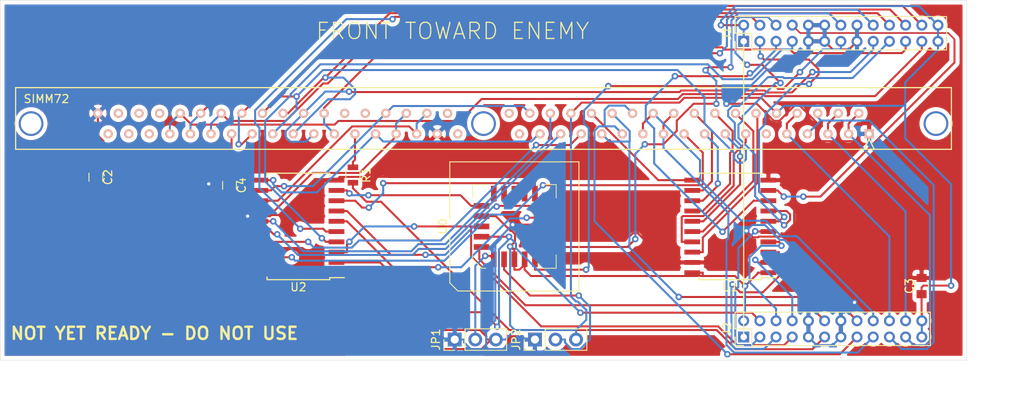
<source format=kicad_pcb>
(kicad_pcb (version 20171130) (host pcbnew "(5.1.9)-1")
  (layers (0 F.Cu signal) (31 B.Cu signal) (34 B.Paste user) (35 F.Paste user) (36 B.SilkS user) (37 F.SilkS user) (38 B.Mask user) (39 F.Mask user) (44 Edge.Cuts user))
  (net 0 "")
  (net 1 BASEM0)
  (net 2 VCC)
  (net 3 A3)
  (net 4 A10)
  (net 5 A1)
  (net 6 A2)
  (net 7 A11)
  (net 8 A0)
  (net 9 GND)
  (net 10 WE)
  (net 11 RAS)
  (net 12 D6)
  (net 13 D7)
  (net 14 D4)
  (net 15 D5)
  (net 16 D2)
  (net 17 D3)
  (net 18 D0)
  (net 19 D1)
  (net 20 A4)
  (net 21 A9)
  (net 22 A6)
  (net 23 A5)
  (net 24 A8)
  (net 25 A7)
  (net 26 CAS)
  (net 27 BASEM1)
  (net 28 D9)
  (net 29 D8)
  (net 30 D11)
  (net 31 D10)
  (net 32 D13)
  (net 33 D12)
  (net 34 D15)
  (net 35 D14)
  (net 36 PD1)
  (net 37 PD2)
  (net 38 "Net-(R1-Pad1)")
  (net 39 AB0)
  (net 40 AB1)
  (net 41 AB2)
  (net 42 AB3)
  (net 43 AB4)
  (net 44 AB5)
  (net 45 AB6)
  (net 46 AB10)
  (net 47 AB7)
  (net 48 AB11)
  (net 49 AB8)
  (net 50 AB9)
  (net 51 BRAS1)
  (net 52 BRAS0)
  (net 53 BCAS0)
  (net 54 BCAS2)
  (net 55 CAS2)
  (net 56 CAS0)
  (net 57 RAS0)
  (net 58 CASD)
  (net 59 CBR)
  (net 60 RA10)
  (net 61 RA11)
  (net 62 RAS1)
  (net 63 "Net-(SIMM72-Pad67)")
  (net 64 "Net-(SIMM72-Pad68)")
  (module Resistors_SMD:R_0805 (layer F.Cu) (at 82.931 116.84 270)
    (fp_text reference R1 (at 0 -1.65 90) (layer F.SilkS))
    (fp_text value 33)
    (pad 1 smd rect (at -0.95 0 270) (size 0.7 1.3) (layers F.Cu F.Paste F.Mask) (net 38 "Net-(R1-Pad1)"))
    (pad 2 smd rect (at 0.95 0 270) (size 0.7 1.3) (layers F.Cu F.Paste F.Mask) (net 10 WE))
  )
  (module Capacitors_SMD:C_0805 (layer F.Cu) (at 67.691 118.11 270)
    (fp_text reference C4 (at 0 -1.5 90) (layer F.SilkS))
    (fp_text value 0.1uF)
    (pad 1 smd rect (at -1 0 270) (size 1 1.25) (layers F.Cu F.Paste F.Mask) (net 2 VCC))
    (pad 2 smd rect (at 1 0 270) (size 1 1.25) (layers F.Cu F.Paste F.Mask) (net 9 GND))
  )
  (module Capacitors_SMD:C_0805 (layer F.Cu) (at 153.162 130.556 90)
    (fp_text reference C3 (at 0 -1.5 90) (layer F.SilkS))
    (fp_text value 0.1uF)
    (pad 1 smd rect (at -1 0 90) (size 1 1.25) (layers F.Cu F.Paste F.Mask) (net 2 VCC))
    (pad 2 smd rect (at 1 0 90) (size 1 1.25) (layers F.Cu F.Paste F.Mask) (net 9 GND))
  )
  (module Capacitors_SMD:C_0805 (layer F.Cu) (at 51.181 117.11 270)
    (fp_text reference C2 (at 0 -1.5 90) (layer F.SilkS))
    (fp_text value 0.1uF)
    (pad 1 smd rect (at -1 0 270) (size 1 1.25) (layers F.Cu F.Paste F.Mask) (net 2 VCC))
    (pad 2 smd rect (at 1 0 270) (size 1 1.25) (layers F.Cu F.Paste F.Mask) (net 9 GND))
  )
  (module Housings_LCC:PLCC-20_SMD-Socket (layer F.Cu) (at 102.87 123.19 90)
    (fp_text reference U0 (at 0 -8.825 90) (layer F.SilkS))
    (fp_text value PALCE16V8H)
    (pad 1 smd rect (at 0 -4.0525 90) (size 0.7 1.925) (layers F.Cu F.Paste F.Mask) (net 7 A11))
    (pad 2 smd rect (at -1.27 -4.0525 90) (size 0.7 1.925) (layers F.Cu F.Paste F.Mask) (net 4 A10))
    (pad 3 smd rect (at -2.54 -4.0525 90) (size 0.7 1.925) (layers F.Cu F.Paste F.Mask) (net 11 RAS))
    (pad 20 smd rect (at 1.27 -4.0525 90) (size 0.7 1.925) (layers F.Cu F.Paste F.Mask) (net 2 VCC))
    (pad 19 smd rect (at 2.54 -4.0525 90) (size 0.7 1.925) (layers F.Cu F.Paste F.Mask) (net 62 RAS1))
    (pad 4 smd rect (at -4.0525 -2.54 90) (size 1.925 0.7) (layers F.Cu F.Paste F.Mask) (net 36 PD1))
    (pad 5 smd rect (at -4.0525 -1.27 90) (size 1.925 0.7) (layers F.Cu F.Paste F.Mask) (net 37 PD2))
    (pad 6 smd rect (at -4.0525 0 90) (size 1.925 0.7) (layers F.Cu F.Paste F.Mask) (net 2 VCC))
    (pad 7 smd rect (at -4.0525 1.27 90) (size 1.925 0.7) (layers F.Cu F.Paste F.Mask) (net 2 VCC))
    (pad 8 smd rect (at -4.0525 2.54 90) (size 1.925 0.7) (layers F.Cu F.Paste F.Mask) (net 26 CAS))
    (pad 9 smd rect (at -2.54 4.0525 90) (size 0.7 1.925) (layers F.Cu F.Paste F.Mask) (net 27 BASEM1))
    (pad 10 smd rect (at -1.27 4.0525 90) (size 0.7 1.925) (layers F.Cu F.Paste F.Mask) (net 9 GND))
    (pad 11 smd rect (at 0 4.0525 90) (size 0.7 1.925) (layers F.Cu F.Paste F.Mask) (net 9 GND))
    (pad 12 smd rect (at 1.27 4.0525 90) (size 0.7 1.925) (layers F.Cu F.Paste F.Mask) (net 55 CAS2))
    (pad 13 smd rect (at 2.54 4.0525 90) (size 0.7 1.925) (layers F.Cu F.Paste F.Mask) (net 56 CAS0))
    (pad 14 smd rect (at 4.0525 2.54 90) (size 1.925 0.7) (layers F.Cu F.Paste F.Mask) (net 57 RAS0))
    (pad 15 smd rect (at 4.0525 1.27 90) (size 1.925 0.7) (layers F.Cu F.Paste F.Mask) (net 58 CASD))
    (pad 16 smd rect (at 4.0525 0 90) (size 1.925 0.7) (layers F.Cu F.Paste F.Mask) (net 59 CBR))
    (pad 17 smd rect (at 4.0525 -1.27 90) (size 1.925 0.7) (layers F.Cu F.Paste F.Mask) (net 60 RA10))
    (pad 18 smd rect (at 4.0525 -2.54 90) (size 1.925 0.7) (layers F.Cu F.Paste F.Mask) (net 61 RA11))
  )
  (module Housings_SOIC:SOIC-20W_7.5x12.8mm_Pitch1.27mm (layer F.Cu) (at 76.2 123.19 180)
    (fp_text reference U2 (at 0 -7.5) (layer F.SilkS))
    (fp_text value "74AC(T)245")
    (pad 1 smd rect (at -4.7 -5.715 180) (size 1.95 0.6) (layers F.Cu F.Paste F.Mask) (net 2 VCC))
    (pad 2 smd rect (at -4.7 -4.445 180) (size 1.95 0.6) (layers F.Cu F.Paste F.Mask) (net 4 A10))
    (pad 3 smd rect (at -4.7 -3.175 180) (size 1.95 0.6) (layers F.Cu F.Paste F.Mask) (net 7 A11))
    (pad 4 smd rect (at -4.7 -1.905 180) (size 1.95 0.6) (layers F.Cu F.Paste F.Mask) (net 24 A8))
    (pad 5 smd rect (at -4.7 -0.635 180) (size 1.95 0.6) (layers F.Cu F.Paste F.Mask) (net 21 A9))
    (pad 6 smd rect (at -4.7 0.635 180) (size 1.95 0.6) (layers F.Cu F.Paste F.Mask) (net 55 CAS2))
    (pad 7 smd rect (at -4.7 1.905 180) (size 1.95 0.6) (layers F.Cu F.Paste F.Mask) (net 56 CAS0))
    (pad 8 smd rect (at -4.7 3.175 180) (size 1.95 0.6) (layers F.Cu F.Paste F.Mask) (net 57 RAS0))
    (pad 9 smd rect (at -4.7 4.445 180) (size 1.95 0.6) (layers F.Cu F.Paste F.Mask) (net 62 RAS1))
    (pad 10 smd rect (at -4.7 5.715 180) (size 1.95 0.6) (layers F.Cu F.Paste F.Mask) (net 9 GND))
    (pad 11 smd rect (at 4.7 5.715 180) (size 1.95 0.6) (layers F.Cu F.Paste F.Mask) (net 51 BRAS1))
    (pad 12 smd rect (at 4.7 4.445 180) (size 1.95 0.6) (layers F.Cu F.Paste F.Mask) (net 52 BRAS0))
    (pad 13 smd rect (at 4.7 3.175 180) (size 1.95 0.6) (layers F.Cu F.Paste F.Mask) (net 53 BCAS0))
    (pad 14 smd rect (at 4.7 1.905 180) (size 1.95 0.6) (layers F.Cu F.Paste F.Mask) (net 54 BCAS2))
    (pad 15 smd rect (at 4.7 0.635 180) (size 1.95 0.6) (layers F.Cu F.Paste F.Mask) (net 50 AB9))
    (pad 16 smd rect (at 4.7 -0.635 180) (size 1.95 0.6) (layers F.Cu F.Paste F.Mask) (net 49 AB8))
    (pad 17 smd rect (at 4.7 -1.905 180) (size 1.95 0.6) (layers F.Cu F.Paste F.Mask) (net 48 AB11))
    (pad 18 smd rect (at 4.7 -3.175 180) (size 1.95 0.6) (layers F.Cu F.Paste F.Mask) (net 46 AB10))
    (pad 19 smd rect (at 4.7 -4.445 180) (size 1.95 0.6) (layers F.Cu F.Paste F.Mask) (net 9 GND))
    (pad 20 smd rect (at 4.7 -5.715 180) (size 1.95 0.6) (layers F.Cu F.Paste F.Mask) (net 2 VCC))
  )
  (module Housings_SOIC:SOIC-20W_7.5x12.8mm_Pitch1.27mm (layer F.Cu) (at 129.54 123.19 180)
    (fp_text reference U1 (at 0 -7.5) (layer F.SilkS))
    (fp_text value "74AC(T)245")
    (pad 1 smd rect (at -4.7 -5.715 180) (size 1.95 0.6) (layers F.Cu F.Paste F.Mask) (net 2 VCC))
    (pad 2 smd rect (at -4.7 -4.445 180) (size 1.95 0.6) (layers F.Cu F.Paste F.Mask) (net 8 A0))
    (pad 3 smd rect (at -4.7 -3.175 180) (size 1.95 0.6) (layers F.Cu F.Paste F.Mask) (net 5 A1))
    (pad 4 smd rect (at -4.7 -1.905 180) (size 1.95 0.6) (layers F.Cu F.Paste F.Mask) (net 6 A2))
    (pad 5 smd rect (at -4.7 -0.635 180) (size 1.95 0.6) (layers F.Cu F.Paste F.Mask) (net 3 A3))
    (pad 6 smd rect (at -4.7 0.635 180) (size 1.95 0.6) (layers F.Cu F.Paste F.Mask) (net 20 A4))
    (pad 7 smd rect (at -4.7 1.905 180) (size 1.95 0.6) (layers F.Cu F.Paste F.Mask) (net 23 A5))
    (pad 8 smd rect (at -4.7 3.175 180) (size 1.95 0.6) (layers F.Cu F.Paste F.Mask) (net 22 A6))
    (pad 9 smd rect (at -4.7 4.445 180) (size 1.95 0.6) (layers F.Cu F.Paste F.Mask) (net 25 A7))
    (pad 10 smd rect (at -4.7 5.715 180) (size 1.95 0.6) (layers F.Cu F.Paste F.Mask) (net 9 GND))
    (pad 11 smd rect (at 4.7 5.715 180) (size 1.95 0.6) (layers F.Cu F.Paste F.Mask) (net 47 AB7))
    (pad 12 smd rect (at 4.7 4.445 180) (size 1.95 0.6) (layers F.Cu F.Paste F.Mask) (net 45 AB6))
    (pad 13 smd rect (at 4.7 3.175 180) (size 1.95 0.6) (layers F.Cu F.Paste F.Mask) (net 44 AB5))
    (pad 14 smd rect (at 4.7 1.905 180) (size 1.95 0.6) (layers F.Cu F.Paste F.Mask) (net 43 AB4))
    (pad 15 smd rect (at 4.7 0.635 180) (size 1.95 0.6) (layers F.Cu F.Paste F.Mask) (net 42 AB3))
    (pad 16 smd rect (at 4.7 -0.635 180) (size 1.95 0.6) (layers F.Cu F.Paste F.Mask) (net 41 AB2))
    (pad 17 smd rect (at 4.7 -1.905 180) (size 1.95 0.6) (layers F.Cu F.Paste F.Mask) (net 40 AB1))
    (pad 18 smd rect (at 4.7 -3.175 180) (size 1.95 0.6) (layers F.Cu F.Paste F.Mask) (net 39 AB0))
    (pad 19 smd rect (at 4.7 -4.445 180) (size 1.95 0.6) (layers F.Cu F.Paste F.Mask) (net 9 GND))
    (pad 20 smd rect (at 4.7 -5.715 180) (size 1.95 0.6) (layers F.Cu F.Paste F.Mask) (net 2 VCC))
  )
  (module Pin_Headers:Pin_Header_Straight_1x03_Pitch2.54mm (layer F.Cu) (at 105.41 137.16 90)
    (fp_text reference JP2 (at 0 -2.33 90) (layer F.SilkS))
    (fp_text value Jumper_3_Open)
    (pad 1 thru_hole rect (at 0 0 90) (size 1.7 1.7) (drill 1) (layers *.Cu *.Mask) (net 9 GND))
    (pad 2 thru_hole oval (at 0 2.54 90) (size 1.7 1.7) (drill 1) (layers *.Cu *.Mask) (net 37 PD2))
    (pad 3 thru_hole oval (at 0 5.08 90) (size 1.7 1.7) (drill 1) (layers *.Cu *.Mask) (net 2 VCC))
  )
  (module Pin_Headers:Pin_Header_Straight_1x03_Pitch2.54mm (layer F.Cu) (at 95.504 137.16 90)
    (fp_text reference JP1 (at 0 -2.33 90) (layer F.SilkS))
    (fp_text value Jumper_3_Open)
    (pad 1 thru_hole rect (at 0 0 90) (size 1.7 1.7) (drill 1) (layers *.Cu *.Mask) (net 9 GND))
    (pad 2 thru_hole oval (at 0 2.54 90) (size 1.7 1.7) (drill 1) (layers *.Cu *.Mask) (net 36 PD1))
    (pad 3 thru_hole oval (at 0 5.08 90) (size 1.7 1.7) (drill 1) (layers *.Cu *.Mask) (net 2 VCC))
  )
  (module Sockets:SIM72 (layer F.Cu) (at 99.06 110.49)
    (fp_text reference SIMM72 (at -53.975 -3.048) (layer F.SilkS))
    (fp_text value 72pinSIMM)
    (pad "" thru_hole circle (at 0 0) (size 3.048 3.048) (drill 2.54) (layers *.Cu *.Mask))
    (pad "" thru_hole circle (at -55.88 0) (size 3.048 3.048) (drill 2.54) (layers *.Cu *.Mask))
    (pad "" thru_hole circle (at 55.88 0) (size 3.048 3.048) (drill 2.54) (layers *.Cu *.Mask))
    (pad 1 thru_hole rect (at 47.625 1.27) (size 1.143 1.143) (drill 0.635) (layers *.Cu *.SilkS *.Mask) (net 9 GND))
    (pad 2 thru_hole circle (at 46.355 -1.27) (size 1.143 1.143) (drill 0.635) (layers *.Cu *.SilkS *.Mask) (net 18 D0))
    (pad 3 thru_hole circle (at 45.085 1.27) (size 1.143 1.143) (drill 0.635) (layers *.Cu *.SilkS *.Mask) (net 18 D0))
    (pad 4 thru_hole circle (at 43.815 -1.27) (size 1.143 1.143) (drill 0.635) (layers *.Cu *.SilkS *.Mask) (net 19 D1))
    (pad 5 thru_hole circle (at 42.545 1.27) (size 1.143 1.143) (drill 0.635) (layers *.Cu *.SilkS *.Mask) (net 19 D1))
    (pad 6 thru_hole circle (at 41.275 -1.27) (size 1.143 1.143) (drill 0.635) (layers *.Cu *.SilkS *.Mask) (net 16 D2))
    (pad 7 thru_hole circle (at 40.005 1.27) (size 1.143 1.143) (drill 0.635) (layers *.Cu *.SilkS *.Mask) (net 16 D2))
    (pad 8 thru_hole circle (at 38.735 -1.27) (size 1.143 1.143) (drill 0.635) (layers *.Cu *.SilkS *.Mask) (net 17 D3))
    (pad 9 thru_hole circle (at 37.465 1.27) (size 1.143 1.143) (drill 0.635) (layers *.Cu *.SilkS *.Mask) (net 17 D3))
    (pad 10 thru_hole circle (at 36.195 -1.27) (size 1.143 1.143) (drill 0.635) (layers *.Cu *.SilkS *.Mask) (net 2 VCC))
    (pad 11 thru_hole circle (at 34.925 1.27) (size 1.143 1.143) (drill 0.635) (layers *.Cu *.SilkS *.Mask))
    (pad 12 thru_hole circle (at 33.655 -1.27) (size 1.143 1.143) (drill 0.635) (layers *.Cu *.SilkS *.Mask) (net 39 AB0))
    (pad 13 thru_hole circle (at 32.385 1.27) (size 1.143 1.143) (drill 0.635) (layers *.Cu *.SilkS *.Mask) (net 40 AB1))
    (pad 14 thru_hole circle (at 31.115 -1.27) (size 1.143 1.143) (drill 0.635) (layers *.Cu *.SilkS *.Mask) (net 41 AB2))
    (pad 15 thru_hole circle (at 29.845 1.27) (size 1.143 1.143) (drill 0.635) (layers *.Cu *.SilkS *.Mask) (net 42 AB3))
    (pad 16 thru_hole circle (at 28.575 -1.27) (size 1.143 1.143) (drill 0.635) (layers *.Cu *.SilkS *.Mask) (net 43 AB4))
    (pad 17 thru_hole circle (at 27.305 1.27) (size 1.143 1.143) (drill 0.635) (layers *.Cu *.SilkS *.Mask) (net 44 AB5))
    (pad 18 thru_hole circle (at 26.035 -1.27) (size 1.143 1.143) (drill 0.635) (layers *.Cu *.SilkS *.Mask) (net 45 AB6))
    (pad 19 thru_hole circle (at 24.765 1.27) (size 1.143 1.143) (drill 0.635) (layers *.Cu *.SilkS *.Mask) (net 46 AB10))
    (pad 20 thru_hole circle (at 23.495 -1.27) (size 1.143 1.143) (drill 0.635) (layers *.Cu *.SilkS *.Mask) (net 14 D4))
    (pad 21 thru_hole circle (at 22.225 1.27) (size 1.143 1.143) (drill 0.635) (layers *.Cu *.SilkS *.Mask) (net 14 D4))
    (pad 22 thru_hole circle (at 20.955 -1.27) (size 1.143 1.143) (drill 0.635) (layers *.Cu *.SilkS *.Mask) (net 15 D5))
    (pad 23 thru_hole circle (at 19.685 1.27) (size 1.143 1.143) (drill 0.635) (layers *.Cu *.SilkS *.Mask) (net 15 D5))
    (pad 24 thru_hole circle (at 18.415 -1.27) (size 1.143 1.143) (drill 0.635) (layers *.Cu *.SilkS *.Mask) (net 12 D6))
    (pad 25 thru_hole circle (at 17.145 1.27) (size 1.143 1.143) (drill 0.635) (layers *.Cu *.SilkS *.Mask) (net 12 D6))
    (pad 26 thru_hole circle (at 15.875 -1.27) (size 1.143 1.143) (drill 0.635) (layers *.Cu *.SilkS *.Mask) (net 13 D7))
    (pad 27 thru_hole circle (at 14.605 1.27) (size 1.143 1.143) (drill 0.635) (layers *.Cu *.SilkS *.Mask) (net 13 D7))
    (pad 28 thru_hole circle (at 13.335 -1.27) (size 1.143 1.143) (drill 0.635) (layers *.Cu *.SilkS *.Mask) (net 47 AB7))
    (pad 29 thru_hole circle (at 12.065 1.27) (size 1.143 1.143) (drill 0.635) (layers *.Cu *.SilkS *.Mask) (net 48 AB11))
    (pad 30 thru_hole circle (at 10.795 -1.27) (size 1.143 1.143) (drill 0.635) (layers *.Cu *.SilkS *.Mask) (net 2 VCC))
    (pad 31 thru_hole circle (at 9.525 1.27) (size 1.143 1.143) (drill 0.635) (layers *.Cu *.SilkS *.Mask) (net 49 AB8))
    (pad 32 thru_hole circle (at 8.255 -1.27) (size 1.143 1.143) (drill 0.635) (layers *.Cu *.SilkS *.Mask) (net 50 AB9))
    (pad 33 thru_hole circle (at 6.985 1.27) (size 1.143 1.143) (drill 0.635) (layers *.Cu *.SilkS *.Mask) (net 51 BRAS1))
    (pad 34 thru_hole circle (at 5.715 -1.27) (size 1.143 1.143) (drill 0.635) (layers *.Cu *.SilkS *.Mask) (net 52 BRAS0))
    (pad 35 thru_hole circle (at 4.445 1.27) (size 1.143 1.143) (drill 0.635) (layers *.Cu *.SilkS *.Mask))
    (pad 36 thru_hole circle (at 3.175 -1.27) (size 1.143 1.143) (drill 0.635) (layers *.Cu *.SilkS *.Mask))
    (pad 37 thru_hole circle (at -3.175 1.27) (size 1.143 1.143) (drill 0.635) (layers *.Cu *.SilkS *.Mask))
    (pad 38 thru_hole circle (at -4.445 -1.27) (size 1.143 1.143) (drill 0.635) (layers *.Cu *.SilkS *.Mask))
    (pad 39 thru_hole circle (at -5.715 1.27) (size 1.143 1.143) (drill 0.635) (layers *.Cu *.SilkS *.Mask) (net 9 GND))
    (pad 40 thru_hole circle (at -6.985 -1.27) (size 1.143 1.143) (drill 0.635) (layers *.Cu *.SilkS *.Mask) (net 53 BCAS0))
    (pad 41 thru_hole circle (at -8.255 1.27) (size 1.143 1.143) (drill 0.635) (layers *.Cu *.SilkS *.Mask) (net 53 BCAS0))
    (pad 42 thru_hole circle (at -9.525 -1.27) (size 1.143 1.143) (drill 0.635) (layers *.Cu *.SilkS *.Mask) (net 54 BCAS2))
    (pad 43 thru_hole circle (at -10.795 1.27) (size 1.143 1.143) (drill 0.635) (layers *.Cu *.SilkS *.Mask) (net 54 BCAS2))
    (pad 44 thru_hole circle (at -12.065 -1.27) (size 1.143 1.143) (drill 0.635) (layers *.Cu *.SilkS *.Mask) (net 52 BRAS0))
    (pad 45 thru_hole circle (at -13.335 1.27) (size 1.143 1.143) (drill 0.635) (layers *.Cu *.SilkS *.Mask) (net 51 BRAS1))
    (pad 46 thru_hole circle (at -14.605 -1.27) (size 1.143 1.143) (drill 0.635) (layers *.Cu *.SilkS *.Mask))
    (pad 47 thru_hole circle (at -15.875 1.27) (size 1.143 1.143) (drill 0.635) (layers *.Cu *.SilkS *.Mask) (net 38 "Net-(R1-Pad1)"))
    (pad 48 thru_hole circle (at -17.145 -1.27) (size 1.143 1.143) (drill 0.635) (layers *.Cu *.SilkS *.Mask))
    (pad 49 thru_hole circle (at -18.415 1.27) (size 1.143 1.143) (drill 0.635) (layers *.Cu *.SilkS *.Mask) (net 29 D8))
    (pad 50 thru_hole circle (at -19.685 -1.27) (size 1.143 1.143) (drill 0.635) (layers *.Cu *.SilkS *.Mask) (net 29 D8))
    (pad 51 thru_hole circle (at -20.955 1.27) (size 1.143 1.143) (drill 0.635) (layers *.Cu *.SilkS *.Mask) (net 28 D9))
    (pad 52 thru_hole circle (at -22.225 -1.27) (size 1.143 1.143) (drill 0.635) (layers *.Cu *.SilkS *.Mask) (net 28 D9))
    (pad 53 thru_hole circle (at -23.495 1.27) (size 1.143 1.143) (drill 0.635) (layers *.Cu *.SilkS *.Mask) (net 31 D10))
    (pad 54 thru_hole circle (at -24.765 -1.27) (size 1.143 1.143) (drill 0.635) (layers *.Cu *.SilkS *.Mask) (net 31 D10))
    (pad 55 thru_hole circle (at -26.035 1.27) (size 1.143 1.143) (drill 0.635) (layers *.Cu *.SilkS *.Mask) (net 30 D11))
    (pad 56 thru_hole circle (at -27.305 -1.27) (size 1.143 1.143) (drill 0.635) (layers *.Cu *.SilkS *.Mask) (net 30 D11))
    (pad 57 thru_hole circle (at -28.575 1.27) (size 1.143 1.143) (drill 0.635) (layers *.Cu *.SilkS *.Mask) (net 33 D12))
    (pad 58 thru_hole circle (at -29.845 -1.27) (size 1.143 1.143) (drill 0.635) (layers *.Cu *.SilkS *.Mask) (net 33 D12))
    (pad 59 thru_hole circle (at -31.115 1.27) (size 1.143 1.143) (drill 0.635) (layers *.Cu *.SilkS *.Mask) (net 2 VCC))
    (pad 60 thru_hole circle (at -32.385 -1.27) (size 1.143 1.143) (drill 0.635) (layers *.Cu *.SilkS *.Mask) (net 32 D13))
    (pad 61 thru_hole circle (at -33.655 1.27) (size 1.143 1.143) (drill 0.635) (layers *.Cu *.SilkS *.Mask) (net 32 D13))
    (pad 62 thru_hole circle (at -34.925 -1.27) (size 1.143 1.143) (drill 0.635) (layers *.Cu *.SilkS *.Mask) (net 35 D14))
    (pad 63 thru_hole circle (at -36.195 1.27) (size 1.143 1.143) (drill 0.635) (layers *.Cu *.SilkS *.Mask) (net 35 D14))
    (pad 64 thru_hole circle (at -37.465 -1.27) (size 1.143 1.143) (drill 0.635) (layers *.Cu *.SilkS *.Mask) (net 34 D15))
    (pad 65 thru_hole circle (at -38.735 1.27) (size 1.143 1.143) (drill 0.635) (layers *.Cu *.SilkS *.Mask) (net 34 D15))
    (pad 66 thru_hole circle (at -40.005 -1.27) (size 1.143 1.143) (drill 0.635) (layers *.Cu *.SilkS *.Mask))
    (pad 67 thru_hole circle (at -41.275 1.27) (size 1.143 1.143) (drill 0.635) (layers *.Cu *.SilkS *.Mask) (net 63 "Net-(SIMM72-Pad67)"))
    (pad 68 thru_hole circle (at -42.545 -1.27) (size 1.143 1.143) (drill 0.635) (layers *.Cu *.SilkS *.Mask) (net 64 "Net-(SIMM72-Pad68)"))
    (pad 69 thru_hole circle (at -43.815 1.27) (size 1.143 1.143) (drill 0.635) (layers *.Cu *.SilkS *.Mask))
    (pad 70 thru_hole circle (at -45.085 -1.27) (size 1.143 1.143) (drill 0.635) (layers *.Cu *.SilkS *.Mask))
    (pad 71 thru_hole circle (at -46.355 1.27) (size 1.143 1.143) (drill 0.635) (layers *.Cu *.SilkS *.Mask))
    (pad 72 thru_hole circle (at -47.625 -1.27) (size 1.143 1.143) (drill 0.635) (layers *.Cu *.SilkS *.Mask) (net 9 GND))
  )
  (module Pin_Headers:Pin_Header_Straight_2x13_Pitch2.00mm (layer F.Cu) (at 131.191 100.33 90)
    (fp_text reference J1 (at 1 -2.06 90) (layer F.SilkS))
    (fp_text value Conn_02x13_Odd_Even)
    (pad 1 thru_hole rect (at 0 0 90) (size 1.35 1.35) (drill 0.8) (layers *.Cu *.Mask) (net 2 VCC))
    (pad 2 thru_hole oval (at 2 0 90) (size 1.35 1.35) (drill 0.8) (layers *.Cu *.Mask) (net 2 VCC))
    (pad 3 thru_hole oval (at 0 2 90) (size 1.35 1.35) (drill 0.8) (layers *.Cu *.Mask) (net 20 A4))
    (pad 4 thru_hole oval (at 2 2 90) (size 1.35 1.35) (drill 0.8) (layers *.Cu *.Mask) (net 21 A9))
    (pad 5 thru_hole oval (at 0 4 90) (size 1.35 1.35) (drill 0.8) (layers *.Cu *.Mask) (net 22 A6))
    (pad 6 thru_hole oval (at 2 4 90) (size 1.35 1.35) (drill 0.8) (layers *.Cu *.Mask) (net 23 A5))
    (pad 7 thru_hole oval (at 0 6 90) (size 1.35 1.35) (drill 0.8) (layers *.Cu *.Mask) (net 24 A8))
    (pad 8 thru_hole oval (at 2 6 90) (size 1.35 1.35) (drill 0.8) (layers *.Cu *.Mask) (net 25 A7))
    (pad 9 thru_hole oval (at 0 8 90) (size 1.35 1.35) (drill 0.8) (layers *.Cu *.Mask) (net 9 GND))
    (pad 10 thru_hole oval (at 2 8 90) (size 1.35 1.35) (drill 0.8) (layers *.Cu *.Mask) (net 9 GND))
    (pad 11 thru_hole oval (at 0 10 90) (size 1.35 1.35) (drill 0.8) (layers *.Cu *.Mask) (net 9 GND))
    (pad 12 thru_hole oval (at 2 10 90) (size 1.35 1.35) (drill 0.8) (layers *.Cu *.Mask) (net 9 GND))
    (pad 13 thru_hole oval (at 0 12 90) (size 1.35 1.35) (drill 0.8) (layers *.Cu *.Mask) (net 26 CAS))
    (pad 14 thru_hole oval (at 2 12 90) (size 1.35 1.35) (drill 0.8) (layers *.Cu *.Mask) (net 27 BASEM1))
    (pad 15 thru_hole oval (at 0 14 90) (size 1.35 1.35) (drill 0.8) (layers *.Cu *.Mask) (net 9 GND))
    (pad 16 thru_hole oval (at 2 14 90) (size 1.35 1.35) (drill 0.8) (layers *.Cu *.Mask) (net 9 GND))
    (pad 17 thru_hole oval (at 0 16 90) (size 1.35 1.35) (drill 0.8) (layers *.Cu *.Mask) (net 28 D9))
    (pad 18 thru_hole oval (at 2 16 90) (size 1.35 1.35) (drill 0.8) (layers *.Cu *.Mask) (net 29 D8))
    (pad 19 thru_hole oval (at 0 18 90) (size 1.35 1.35) (drill 0.8) (layers *.Cu *.Mask) (net 30 D11))
    (pad 20 thru_hole oval (at 2 18 90) (size 1.35 1.35) (drill 0.8) (layers *.Cu *.Mask) (net 31 D10))
    (pad 21 thru_hole oval (at 0 20 90) (size 1.35 1.35) (drill 0.8) (layers *.Cu *.Mask) (net 32 D13))
    (pad 22 thru_hole oval (at 2 20 90) (size 1.35 1.35) (drill 0.8) (layers *.Cu *.Mask) (net 33 D12))
    (pad 23 thru_hole oval (at 0 22 90) (size 1.35 1.35) (drill 0.8) (layers *.Cu *.Mask) (net 34 D15))
    (pad 24 thru_hole oval (at 2 22 90) (size 1.35 1.35) (drill 0.8) (layers *.Cu *.Mask) (net 35 D14))
    (pad 25 thru_hole oval (at 0 24 90) (size 1.35 1.35) (drill 0.8) (layers *.Cu *.Mask) (net 2 VCC))
    (pad 26 thru_hole oval (at 2 24 90) (size 1.35 1.35) (drill 0.8) (layers *.Cu *.Mask) (net 2 VCC))
  )
  (module Pin_Headers:Pin_Header_Straight_2x12_Pitch2.00mm (layer F.Cu) (at 131.191 136.842 90)
    (fp_text reference J2 (at 1 -2.06 90) (layer F.SilkS))
    (fp_text value Conn_02x12_Odd_Even)
    (pad 1 thru_hole rect (at 0 0 90) (size 1.35 1.35) (drill 0.8) (layers *.Cu *.Mask) (net 1 BASEM0))
    (pad 2 thru_hole oval (at 2 0 90) (size 1.35 1.35) (drill 0.8) (layers *.Cu *.Mask) (net 2 VCC))
    (pad 3 thru_hole oval (at 0 2 90) (size 1.35 1.35) (drill 0.8) (layers *.Cu *.Mask) (net 3 A3))
    (pad 4 thru_hole oval (at 2 2 90) (size 1.35 1.35) (drill 0.8) (layers *.Cu *.Mask) (net 4 A10))
    (pad 5 thru_hole oval (at 0 4 90) (size 1.35 1.35) (drill 0.8) (layers *.Cu *.Mask) (net 5 A1))
    (pad 6 thru_hole oval (at 2 4 90) (size 1.35 1.35) (drill 0.8) (layers *.Cu *.Mask) (net 6 A2))
    (pad 7 thru_hole oval (at 0 6 90) (size 1.35 1.35) (drill 0.8) (layers *.Cu *.Mask) (net 7 A11))
    (pad 8 thru_hole oval (at 2 6 90) (size 1.35 1.35) (drill 0.8) (layers *.Cu *.Mask) (net 8 A0))
    (pad 9 thru_hole oval (at 0 8 90) (size 1.35 1.35) (drill 0.8) (layers *.Cu *.Mask) (net 9 GND))
    (pad 10 thru_hole oval (at 2 8 90) (size 1.35 1.35) (drill 0.8) (layers *.Cu *.Mask) (net 9 GND))
    (pad 11 thru_hole oval (at 0 10 90) (size 1.35 1.35) (drill 0.8) (layers *.Cu *.Mask) (net 10 WE))
    (pad 12 thru_hole oval (at 2 10 90) (size 1.35 1.35) (drill 0.8) (layers *.Cu *.Mask) (net 11 RAS))
    (pad 13 thru_hole oval (at 0 12 90) (size 1.35 1.35) (drill 0.8) (layers *.Cu *.Mask) (net 9 GND))
    (pad 14 thru_hole oval (at 2 12 90) (size 1.35 1.35) (drill 0.8) (layers *.Cu *.Mask) (net 9 GND))
    (pad 15 thru_hole oval (at 0 14 90) (size 1.35 1.35) (drill 0.8) (layers *.Cu *.Mask) (net 12 D6))
    (pad 16 thru_hole oval (at 2 14 90) (size 1.35 1.35) (drill 0.8) (layers *.Cu *.Mask) (net 13 D7))
    (pad 17 thru_hole oval (at 0 16 90) (size 1.35 1.35) (drill 0.8) (layers *.Cu *.Mask) (net 14 D4))
    (pad 18 thru_hole oval (at 2 16 90) (size 1.35 1.35) (drill 0.8) (layers *.Cu *.Mask) (net 15 D5))
    (pad 19 thru_hole oval (at 0 18 90) (size 1.35 1.35) (drill 0.8) (layers *.Cu *.Mask) (net 16 D2))
    (pad 20 thru_hole oval (at 2 18 90) (size 1.35 1.35) (drill 0.8) (layers *.Cu *.Mask) (net 17 D3))
    (pad 21 thru_hole oval (at 0 20 90) (size 1.35 1.35) (drill 0.8) (layers *.Cu *.Mask) (net 18 D0))
    (pad 22 thru_hole oval (at 2 20 90) (size 1.35 1.35) (drill 0.8) (layers *.Cu *.Mask) (net 19 D1))
    (pad 23 thru_hole oval (at 0 22 90) (size 1.35 1.35) (drill 0.8) (layers *.Cu *.Mask) (net 2 VCC))
    (pad 24 thru_hole oval (at 2 22 90) (size 1.35 1.35) (drill 0.8) (layers *.Cu *.Mask) (net 2 VCC))
  )
  (gr_text "NOT YET READY - DO NOT USE" (at 58.42 136.398) (layer F.SilkS) (effects (font (size 1.5 1.5) (thickness 0.3))))
  (gr_text "FRONT TOWARD ENEMY" (at 95.25 99.06) (layer F.SilkS) (effects (font (size 2 2))))
  (gr_line (start 131.191 100.33) (end 131.191 136.83) (layer F.SilkS) (width 0.15))
  (gr_line (start 39.37 95.25) (end 158.75 95.25) (layer Edge.Cuts) (width 0.05))
  (gr_line (start 39.37 139.7) (end 39.37 95.25) (layer Edge.Cuts) (width 0.05))
  (gr_line (start 158.75 139.7) (end 39.37 139.7) (layer Edge.Cuts) (width 0.05))
  (gr_line (start 158.75 95.25) (end 158.75 139.7) (layer Edge.Cuts) (width 0.05))
  (segment (start 131.191 98.33) (end 128.3883 98.33) (width 0.25) (layer F.Cu) (net 2))
  (segment (start 155.191 98.33) (end 152.8397 95.9787) (width 0.25) (layer B.Cu) (net 2))
  (segment (start 152.8397 95.9787) (end 130.1524 95.9787) (width 0.25) (layer B.Cu) (net 2))
  (segment (start 130.1524 95.9787) (end 128.3883 97.7428) (width 0.25) (layer B.Cu) (net 2))
  (segment (start 128.3883 97.7428) (end 128.3883 98.33) (width 0.25) (layer B.Cu) (net 2))
  (segment (start 135.255 109.22) (end 133.3381 107.3031) (width 0.25) (layer F.Cu) (net 2))
  (segment (start 133.3381 107.3031) (end 123.8489 107.3031) (width 0.25) (layer F.Cu) (net 2))
  (segment (start 123.8489 107.3031) (end 123.2522 107.8998) (width 0.25) (layer F.Cu) (net 2))
  (segment (start 123.2522 107.8998) (end 111.1752 107.8998) (width 0.25) (layer F.Cu) (net 2))
  (segment (start 111.1752 107.8998) (end 109.855 109.22) (width 0.25) (layer F.Cu) (net 2))
  (segment (start 151.1371 108.2913) (end 151.1371 112.3074) (width 0.25) (layer B.Cu) (net 2))
  (segment (start 151.1371 112.3074) (end 156.802 117.9723) (width 0.25) (layer B.Cu) (net 2))
  (segment (start 156.802 117.9723) (end 156.802 130.4977) (width 0.25) (layer B.Cu) (net 2))
  (segment (start 155.191 101.3303) (end 151.1371 105.3842) (width 0.25) (layer B.Cu) (net 2))
  (segment (start 151.1371 105.3842) (end 151.1371 108.2913) (width 0.25) (layer B.Cu) (net 2))
  (segment (start 151.1371 108.2913) (end 136.1837 108.2913) (width 0.25) (layer B.Cu) (net 2))
  (segment (start 136.1837 108.2913) (end 135.255 109.22) (width 0.25) (layer B.Cu) (net 2))
  (segment (start 71.5 128.905) (end 72.8003 128.905) (width 0.25) (layer F.Cu) (net 2))
  (segment (start 99.9964 137.16) (end 98.821 138.3354) (width 0.25) (layer F.Cu) (net 2))
  (segment (start 98.821 138.3354) (end 82.2307 138.3354) (width 0.25) (layer F.Cu) (net 2))
  (segment (start 82.2307 138.3354) (end 72.8003 128.905) (width 0.25) (layer F.Cu) (net 2))
  (segment (start 99.9964 137.16) (end 99.4087 137.16) (width 0.25) (layer F.Cu) (net 2))
  (segment (start 100.584 137.16) (end 99.9964 137.16) (width 0.25) (layer F.Cu) (net 2))
  (segment (start 68.6693 119.9893) (end 68.6693 127.3746) (width 0.25) (layer F.Cu) (net 2))
  (segment (start 68.6693 127.3746) (end 70.1997 128.905) (width 0.25) (layer F.Cu) (net 2))
  (segment (start 67.691 117.9353) (end 68.1036 117.9353) (width 0.25) (layer F.Cu) (net 2))
  (segment (start 68.1036 117.9353) (end 68.6693 118.501) (width 0.25) (layer F.Cu) (net 2))
  (segment (start 68.6693 118.501) (end 68.6693 119.9893) (width 0.25) (layer F.Cu) (net 2))
  (segment (start 51.181 116.11) (end 50.2306 117.0604) (width 0.25) (layer F.Cu) (net 2))
  (segment (start 50.2306 117.0604) (end 50.2306 118.8307) (width 0.25) (layer F.Cu) (net 2))
  (segment (start 50.2306 118.8307) (end 51.3892 119.9893) (width 0.25) (layer F.Cu) (net 2))
  (segment (start 51.3892 119.9893) (end 68.6693 119.9893) (width 0.25) (layer F.Cu) (net 2))
  (segment (start 155.191 100.33) (end 155.191 101.3303) (width 0.25) (layer B.Cu) (net 2))
  (segment (start 153.162 131.556) (end 153.162 130.7307) (width 0.25) (layer F.Cu) (net 2))
  (segment (start 156.802 130.4977) (end 153.395 130.4977) (width 0.25) (layer F.Cu) (net 2))
  (segment (start 153.395 130.4977) (end 153.162 130.7307) (width 0.25) (layer F.Cu) (net 2))
  (segment (start 102.345 125.677) (end 102.948 125.074) (width 0.25) (layer F.Cu) (net 2))
  (segment (start 102.948 125.074) (end 102.948 124.133) (width 0.25) (layer F.Cu) (net 2))
  (segment (start 102.948 124.133) (end 102.5496 123.7346) (width 0.25) (layer F.Cu) (net 2))
  (segment (start 102.5496 123.7346) (end 102.3989 123.7346) (width 0.25) (layer F.Cu) (net 2))
  (segment (start 102.3989 123.7346) (end 100.5843 121.92) (width 0.25) (layer F.Cu) (net 2))
  (segment (start 100.5843 121.92) (end 98.8175 121.92) (width 0.25) (layer F.Cu) (net 2))
  (segment (start 102.87 127.2425) (end 102.87 128.5303) (width 0.25) (layer F.Cu) (net 2))
  (segment (start 104.14 127.8864) (end 103.4961 128.5303) (width 0.25) (layer F.Cu) (net 2))
  (segment (start 103.4961 128.5303) (end 102.87 128.5303) (width 0.25) (layer F.Cu) (net 2))
  (segment (start 104.14 127.8864) (end 104.14 128.5303) (width 0.25) (layer F.Cu) (net 2))
  (segment (start 104.14 127.2425) (end 104.14 127.8864) (width 0.25) (layer F.Cu) (net 2))
  (segment (start 80.9 128.905) (end 82.2003 128.905) (width 0.25) (layer F.Cu) (net 2))
  (segment (start 82.2003 128.905) (end 89.28 135.9847) (width 0.25) (layer F.Cu) (net 2))
  (segment (start 89.28 135.9847) (end 98.6008 135.9847) (width 0.25) (layer F.Cu) (net 2))
  (segment (start 98.6008 135.9847) (end 99.4087 136.7926) (width 0.25) (layer F.Cu) (net 2))
  (segment (start 99.4087 136.7926) (end 99.4087 137.16) (width 0.25) (layer F.Cu) (net 2))
  (segment (start 67.691 117.11) (end 67.691 117.9353) (width 0.25) (layer F.Cu) (net 2))
  (segment (start 71.5 128.905) (end 70.1997 128.905) (width 0.25) (layer F.Cu) (net 2))
  (segment (start 124.84 128.905) (end 126.1403 128.905) (width 0.25) (layer F.Cu) (net 2))
  (segment (start 126.1762 129.3144) (end 130.1228 129.3144) (width 0.25) (layer F.Cu) (net 2))
  (segment (start 130.1228 129.3144) (end 131.364 130.5556) (width 0.25) (layer F.Cu) (net 2))
  (segment (start 126.1403 128.905) (end 126.1403 129.2785) (width 0.25) (layer F.Cu) (net 2))
  (segment (start 126.1403 129.2785) (end 126.1762 129.3144) (width 0.25) (layer F.Cu) (net 2))
  (segment (start 126.1762 129.3144) (end 104.9241 129.3144) (width 0.25) (layer F.Cu) (net 2))
  (segment (start 104.9241 129.3144) (end 104.14 128.5303) (width 0.25) (layer F.Cu) (net 2))
  (segment (start 109.855 109.22) (end 109.855 131.8383) (width 0.25) (layer B.Cu) (net 2))
  (segment (start 109.855 131.8383) (end 110.4701 132.4534) (width 0.25) (layer B.Cu) (net 2))
  (segment (start 110.4701 132.4534) (end 110.6883 132.4534) (width 0.25) (layer B.Cu) (net 2))
  (segment (start 110.6883 132.4534) (end 111.7551 133.5202) (width 0.25) (layer B.Cu) (net 2))
  (segment (start 111.7551 133.5202) (end 111.7551 134.7196) (width 0.25) (layer B.Cu) (net 2))
  (segment (start 111.7551 134.7196) (end 110.49 135.9847) (width 0.25) (layer B.Cu) (net 2))
  (segment (start 102.9346 135.9847) (end 110.49 135.9847) (width 0.25) (layer B.Cu) (net 2))
  (segment (start 101.7593 137.16) (end 102.9346 135.9847) (width 0.25) (layer B.Cu) (net 2))
  (segment (start 102.9346 135.9847) (end 102.345 135.3951) (width 0.25) (layer B.Cu) (net 2))
  (segment (start 102.345 135.3951) (end 102.345 125.677) (width 0.25) (layer B.Cu) (net 2))
  (segment (start 102.87 125.9547) (end 102.6227 125.9547) (width 0.25) (layer F.Cu) (net 2))
  (segment (start 102.6227 125.9547) (end 102.345 125.677) (width 0.25) (layer F.Cu) (net 2))
  (segment (start 102.87 127.2425) (end 102.87 125.9547) (width 0.25) (layer F.Cu) (net 2))
  (segment (start 100.584 137.16) (end 101.7593 137.16) (width 0.25) (layer B.Cu) (net 2))
  (segment (start 110.49 137.16) (end 110.49 135.9847) (width 0.25) (layer B.Cu) (net 2))
  (segment (start 67.691 117.11) (end 67.691 116.2847) (width 0.25) (layer F.Cu) (net 2))
  (segment (start 67.945 111.76) (end 67.945 116.0307) (width 0.25) (layer F.Cu) (net 2))
  (segment (start 67.945 116.0307) (end 67.691 116.2847) (width 0.25) (layer F.Cu) (net 2))
  (segment (start 131.191 98.33) (end 131.191 100.33) (width 0.25) (layer B.Cu) (net 2))
  (segment (start 155.191 98.33) (end 155.191 100.33) (width 0.25) (layer B.Cu) (net 2))
  (segment (start 131.191 134.842) (end 131.191 133.8417) (width 0.25) (layer B.Cu) (net 2))
  (segment (start 134.24 128.905) (end 132.9397 128.905) (width 0.25) (layer F.Cu) (net 2))
  (segment (start 131.364 130.5556) (end 132.9397 128.9799) (width 0.25) (layer F.Cu) (net 2))
  (segment (start 132.9397 128.9799) (end 132.9397 128.905) (width 0.25) (layer F.Cu) (net 2))
  (segment (start 131.191 133.8417) (end 131.364 133.6687) (width 0.25) (layer B.Cu) (net 2))
  (segment (start 131.364 133.6687) (end 131.364 130.5556) (width 0.25) (layer B.Cu) (net 2))
  (segment (start 153.191 134.842) (end 153.191 133.8417) (width 0.25) (layer F.Cu) (net 2))
  (segment (start 153.191 133.8417) (end 153.162 133.8127) (width 0.25) (layer F.Cu) (net 2))
  (segment (start 153.162 133.8127) (end 153.162 131.556) (width 0.25) (layer F.Cu) (net 2))
  (segment (start 153.191 134.842) (end 153.191 136.842) (width 0.25) (layer B.Cu) (net 2))
  (via (at 156.802 130.4977) (size 0.8) (layers F.Cu B.Cu) (net 2))
  (via (at 102.345 125.677) (size 0.8) (layers F.Cu B.Cu) (net 2))
  (via (at 128.3883 98.33) (size 0.8) (layers F.Cu B.Cu) (net 2))
  (via (at 131.364 130.5556) (size 0.8) (layers F.Cu B.Cu) (net 2))
  (segment (start 132.9397 123.825) (end 132.6517 123.825) (width 0.25) (layer F.Cu) (net 3))
  (segment (start 132.6517 123.825) (end 132.615 123.7883) (width 0.25) (layer F.Cu) (net 3))
  (segment (start 133.191 136.842) (end 132.1767 137.8563) (width 0.25) (layer B.Cu) (net 3))
  (segment (start 132.1767 137.8563) (end 130.3641 137.8563) (width 0.25) (layer B.Cu) (net 3))
  (segment (start 130.3641 137.8563) (end 130.1555 137.6477) (width 0.25) (layer B.Cu) (net 3))
  (segment (start 130.1555 137.6477) (end 130.1555 131.0268) (width 0.25) (layer B.Cu) (net 3))
  (segment (start 130.1555 131.0268) (end 130.5252 130.6571) (width 0.25) (layer B.Cu) (net 3))
  (segment (start 130.5252 130.6571) (end 130.5252 125.8781) (width 0.25) (layer B.Cu) (net 3))
  (segment (start 130.5252 125.8781) (end 132.615 123.7883) (width 0.25) (layer B.Cu) (net 3))
  (segment (start 134.24 123.825) (end 132.9397 123.825) (width 0.25) (layer F.Cu) (net 3))
  (via (at 132.615 123.7883) (size 0.8) (layers F.Cu B.Cu) (net 3))
  (segment (start 100.7548 135.5731) (end 98.9646 133.7829) (width 0.25) (layer F.Cu) (net 4))
  (segment (start 98.9646 133.7829) (end 92.4228 133.7829) (width 0.25) (layer F.Cu) (net 4))
  (segment (start 92.4228 133.7829) (end 86.2749 127.635) (width 0.25) (layer F.Cu) (net 4))
  (segment (start 86.2749 127.635) (end 80.9 127.635) (width 0.25) (layer F.Cu) (net 4))
  (segment (start 102.3748 124.6214) (end 100.9689 126.0273) (width 0.25) (layer B.Cu) (net 4))
  (segment (start 100.9689 126.0273) (end 100.9689 135.359) (width 0.25) (layer B.Cu) (net 4))
  (segment (start 100.9689 135.359) (end 100.7548 135.5731) (width 0.25) (layer B.Cu) (net 4))
  (segment (start 102.3748 124.6214) (end 102.2134 124.46) (width 0.25) (layer B.Cu) (net 4))
  (segment (start 111.0264 133.8416) (end 103.0703 125.8855) (width 0.25) (layer B.Cu) (net 4))
  (segment (start 103.0703 125.8855) (end 103.0703 125.3169) (width 0.25) (layer B.Cu) (net 4))
  (segment (start 103.0703 125.3169) (end 102.3748 124.6214) (width 0.25) (layer B.Cu) (net 4))
  (segment (start 98.8175 124.46) (end 102.2134 124.46) (width 0.25) (layer F.Cu) (net 4))
  (segment (start 133.191 134.842) (end 132.1906 133.8416) (width 0.25) (layer F.Cu) (net 4))
  (segment (start 132.1906 133.8416) (end 111.0264 133.8416) (width 0.25) (layer F.Cu) (net 4))
  (via (at 100.7548 135.5731) (size 0.8) (layers F.Cu B.Cu) (net 4))
  (via (at 102.2134 124.46) (size 0.8) (layers F.Cu B.Cu) (net 4))
  (via (at 111.0264 133.8416) (size 0.8) (layers F.Cu B.Cu) (net 4))
  (segment (start 134.24 126.365) (end 135.5403 126.365) (width 0.25) (layer F.Cu) (net 5))
  (segment (start 129.7999 130.3566) (end 129.6768 130.4797) (width 0.25) (layer B.Cu) (net 5))
  (segment (start 129.6768 130.4797) (end 129.6768 137.8059) (width 0.25) (layer B.Cu) (net 5))
  (segment (start 129.6768 137.8059) (end 130.1861 138.3152) (width 0.25) (layer B.Cu) (net 5))
  (segment (start 130.1861 138.3152) (end 133.7178 138.3152) (width 0.25) (layer B.Cu) (net 5))
  (segment (start 133.7178 138.3152) (end 135.191 136.842) (width 0.25) (layer B.Cu) (net 5))
  (segment (start 135.5403 126.365) (end 135.5403 129.3469) (width 0.25) (layer F.Cu) (net 5))
  (segment (start 135.5403 129.3469) (end 133.5654 131.3218) (width 0.25) (layer F.Cu) (net 5))
  (segment (start 133.5654 131.3218) (end 130.7651 131.3218) (width 0.25) (layer F.Cu) (net 5))
  (segment (start 130.7651 131.3218) (end 129.7999 130.3566) (width 0.25) (layer F.Cu) (net 5))
  (via (at 129.7999 130.3566) (size 0.8) (layers F.Cu B.Cu) (net 5))
  (segment (start 135.5403 125.095) (end 135.8536 125.4083) (width 0.25) (layer F.Cu) (net 6))
  (segment (start 135.8536 125.4083) (end 135.8536 125.575) (width 0.25) (layer F.Cu) (net 6))
  (segment (start 135.191 133.8417) (end 135.191 133.3568) (width 0.25) (layer B.Cu) (net 6))
  (segment (start 135.191 133.3568) (end 131.9049 130.0707) (width 0.25) (layer B.Cu) (net 6))
  (segment (start 131.9049 130.0707) (end 131.9049 127.0226) (width 0.25) (layer B.Cu) (net 6))
  (segment (start 131.9049 127.0226) (end 133.3525 125.575) (width 0.25) (layer B.Cu) (net 6))
  (segment (start 133.3525 125.575) (end 135.8536 125.575) (width 0.25) (layer B.Cu) (net 6))
  (segment (start 135.191 134.842) (end 135.191 133.8417) (width 0.25) (layer B.Cu) (net 6))
  (segment (start 134.24 125.095) (end 135.5403 125.095) (width 0.25) (layer F.Cu) (net 6))
  (via (at 135.8536 125.575) (size 0.8) (layers F.Cu B.Cu) (net 6))
  (segment (start 80.9 126.365) (end 82.2003 126.365) (width 0.25) (layer F.Cu) (net 7))
  (segment (start 90.4959 123.19) (end 97.5297 123.19) (width 0.25) (layer F.Cu) (net 7))
  (segment (start 82.4955 125.0827) (end 84.3882 123.19) (width 0.25) (layer B.Cu) (net 7))
  (segment (start 84.3882 123.19) (end 90.4959 123.19) (width 0.25) (layer B.Cu) (net 7))
  (segment (start 82.2003 126.365) (end 82.2003 125.3779) (width 0.25) (layer F.Cu) (net 7))
  (segment (start 82.2003 125.3779) (end 82.4955 125.0827) (width 0.25) (layer F.Cu) (net 7))
  (segment (start 98.8175 123.19) (end 97.5297 123.19) (width 0.25) (layer F.Cu) (net 7))
  (segment (start 137.191 136.842) (end 136.1831 137.8499) (width 0.25) (layer F.Cu) (net 7))
  (segment (start 136.1831 137.8499) (end 130.3595 137.8499) (width 0.25) (layer F.Cu) (net 7))
  (segment (start 130.3595 137.8499) (end 128.0438 135.5342) (width 0.25) (layer F.Cu) (net 7))
  (segment (start 128.0438 135.5342) (end 106.1929 135.5342) (width 0.25) (layer F.Cu) (net 7))
  (segment (start 106.1929 135.5342) (end 97.5297 126.871) (width 0.25) (layer F.Cu) (net 7))
  (segment (start 97.5297 126.871) (end 97.5297 123.19) (width 0.25) (layer F.Cu) (net 7))
  (via (at 90.4959 123.19) (size 0.8) (layers F.Cu B.Cu) (net 7))
  (via (at 82.4955 125.0827) (size 0.8) (layers F.Cu B.Cu) (net 7))
  (segment (start 132.9397 127.635) (end 132.6303 127.3256) (width 0.25) (layer F.Cu) (net 8))
  (segment (start 137.191 134.842) (end 137.191 131.8863) (width 0.25) (layer B.Cu) (net 8))
  (segment (start 137.191 131.8863) (end 132.6303 127.3256) (width 0.25) (layer B.Cu) (net 8))
  (segment (start 134.24 127.635) (end 132.9397 127.635) (width 0.25) (layer F.Cu) (net 8))
  (via (at 132.6303 127.3256) (size 0.8) (layers F.Cu B.Cu) (net 8))
  (segment (start 131.5213 123.7259) (end 132.2298 123.0174) (width 0.25) (layer B.Cu) (net 9))
  (segment (start 132.2298 123.0174) (end 133.819 123.0174) (width 0.25) (layer B.Cu) (net 9))
  (segment (start 133.819 123.0174) (end 135.6512 124.8496) (width 0.25) (layer B.Cu) (net 9))
  (segment (start 135.6512 124.8496) (end 136.2073 124.8496) (width 0.25) (layer B.Cu) (net 9))
  (segment (start 136.2073 124.8496) (end 139.191 127.8333) (width 0.25) (layer B.Cu) (net 9))
  (segment (start 139.191 127.8333) (end 139.191 134.842) (width 0.25) (layer B.Cu) (net 9))
  (segment (start 131.5213 123.7259) (end 132.3274 124.532) (width 0.25) (layer F.Cu) (net 9))
  (segment (start 132.3274 124.532) (end 132.9706 124.532) (width 0.25) (layer F.Cu) (net 9))
  (segment (start 132.9706 124.532) (end 133.0523 124.4503) (width 0.25) (layer F.Cu) (net 9))
  (segment (start 133.0523 124.4503) (end 135.8714 124.4503) (width 0.25) (layer F.Cu) (net 9))
  (segment (start 135.8714 124.4503) (end 137.4187 122.903) (width 0.25) (layer F.Cu) (net 9))
  (segment (start 137.4187 122.903) (end 137.4187 119.2766) (width 0.25) (layer F.Cu) (net 9))
  (segment (start 137.4187 119.2766) (end 135.6171 117.475) (width 0.25) (layer F.Cu) (net 9))
  (segment (start 135.6171 117.475) (end 135.5403 117.475) (width 0.25) (layer F.Cu) (net 9))
  (segment (start 124.84 127.635) (end 121.7172 127.635) (width 0.25) (layer F.Cu) (net 9))
  (segment (start 121.7172 127.635) (end 118.1076 124.0254) (width 0.25) (layer F.Cu) (net 9))
  (segment (start 118.1076 124.0254) (end 117.5067 124.0254) (width 0.25) (layer F.Cu) (net 9))
  (segment (start 117.5067 124.0254) (end 117.0722 124.4599) (width 0.25) (layer F.Cu) (net 9))
  (segment (start 117.0722 124.4599) (end 117.0722 124.46) (width 0.25) (layer F.Cu) (net 9))
  (segment (start 117.0722 124.46) (end 106.9225 124.46) (width 0.25) (layer F.Cu) (net 9))
  (segment (start 129.0609 108.04) (end 129.2508 107.8501) (width 0.25) (layer B.Cu) (net 9))
  (segment (start 129.2508 107.8501) (end 130.0427 107.8501) (width 0.25) (layer B.Cu) (net 9))
  (segment (start 130.0427 107.8501) (end 134.0906 103.8022) (width 0.25) (layer B.Cu) (net 9))
  (segment (start 134.0906 103.8022) (end 134.0906 103.8021) (width 0.25) (layer B.Cu) (net 9))
  (segment (start 134.0906 103.8021) (end 136.7192 103.8021) (width 0.25) (layer B.Cu) (net 9))
  (segment (start 136.7192 103.8021) (end 139.191 101.3303) (width 0.25) (layer B.Cu) (net 9))
  (segment (start 140.1166 112.6595) (end 140.1166 110.2731) (width 0.25) (layer F.Cu) (net 9))
  (segment (start 140.1166 110.2731) (end 138.121 108.2775) (width 0.25) (layer F.Cu) (net 9))
  (segment (start 138.121 108.2775) (end 137.4661 108.2775) (width 0.25) (layer F.Cu) (net 9))
  (segment (start 137.4661 108.2775) (end 135.5967 110.1469) (width 0.25) (layer F.Cu) (net 9))
  (segment (start 135.5967 110.1469) (end 134.9105 110.1469) (width 0.25) (layer F.Cu) (net 9))
  (segment (start 134.9105 110.1469) (end 132.8036 108.04) (width 0.25) (layer F.Cu) (net 9))
  (segment (start 132.8036 108.04) (end 129.0609 108.04) (width 0.25) (layer F.Cu) (net 9))
  (segment (start 144.8742 132.5767) (end 147.8949 129.556) (width 0.25) (layer F.Cu) (net 9))
  (segment (start 147.8949 129.556) (end 153.162 129.556) (width 0.25) (layer F.Cu) (net 9))
  (segment (start 143.191 133.8417) (end 143.6092 133.8417) (width 0.25) (layer B.Cu) (net 9))
  (segment (start 143.6092 133.8417) (end 144.8742 132.5767) (width 0.25) (layer B.Cu) (net 9))
  (segment (start 145.7882 111.76) (end 144.8887 112.6595) (width 0.25) (layer F.Cu) (net 9))
  (segment (start 144.8887 112.6595) (end 140.1166 112.6595) (width 0.25) (layer F.Cu) (net 9))
  (segment (start 135.5403 117.475) (end 140.1166 112.8987) (width 0.25) (layer F.Cu) (net 9))
  (segment (start 140.1166 112.8987) (end 140.1166 112.6595) (width 0.25) (layer F.Cu) (net 9))
  (segment (start 139.191 100.33) (end 139.191 101.3303) (width 0.25) (layer B.Cu) (net 9))
  (segment (start 126.1403 127.635) (end 127.6122 127.635) (width 0.25) (layer F.Cu) (net 9))
  (segment (start 127.6122 127.635) (end 131.5213 123.7259) (width 0.25) (layer F.Cu) (net 9))
  (segment (start 134.24 117.475) (end 135.5403 117.475) (width 0.25) (layer F.Cu) (net 9))
  (segment (start 94.3287 137.16) (end 82.3253 137.16) (width 0.25) (layer F.Cu) (net 9))
  (segment (start 82.3253 137.16) (end 72.8003 127.635) (width 0.25) (layer F.Cu) (net 9))
  (segment (start 70.1997 121.92) (end 69.9226 121.92) (width 0.25) (layer F.Cu) (net 9))
  (segment (start 79.5997 117.475) (end 75.2894 121.7853) (width 0.25) (layer F.Cu) (net 9))
  (segment (start 75.2894 121.7853) (end 72.8335 121.7853) (width 0.25) (layer F.Cu) (net 9))
  (segment (start 72.8335 121.7853) (end 72.6988 121.92) (width 0.25) (layer F.Cu) (net 9))
  (segment (start 72.6988 121.92) (end 70.1997 121.92) (width 0.25) (layer F.Cu) (net 9))
  (segment (start 70.1997 121.92) (end 70.1997 127.635) (width 0.25) (layer F.Cu) (net 9))
  (segment (start 65.126 117.9352) (end 65.9378 117.9352) (width 0.25) (layer B.Cu) (net 9))
  (segment (start 65.9378 117.9352) (end 69.9226 121.92) (width 0.25) (layer B.Cu) (net 9))
  (segment (start 65.126 117.9352) (end 66.5162 117.9352) (width 0.25) (layer F.Cu) (net 9))
  (segment (start 66.5162 117.9352) (end 67.691 119.11) (width 0.25) (layer F.Cu) (net 9))
  (segment (start 51.181 117.9352) (end 65.126 117.9352) (width 0.25) (layer F.Cu) (net 9))
  (segment (start 51.181 117.91) (end 51.181 117.2847) (width 0.25) (layer F.Cu) (net 9))
  (segment (start 51.181 118.11) (end 51.181 117.9352) (width 0.25) (layer F.Cu) (net 9))
  (segment (start 51.181 117.91) (end 51.181 117.9352) (width 0.25) (layer F.Cu) (net 9))
  (segment (start 106.9225 124.46) (end 105.6347 124.46) (width 0.25) (layer F.Cu) (net 9))
  (segment (start 106.2786 123.19) (end 105.6347 123.8339) (width 0.25) (layer F.Cu) (net 9))
  (segment (start 105.6347 123.8339) (end 105.6347 124.46) (width 0.25) (layer F.Cu) (net 9))
  (segment (start 106.2786 123.19) (end 105.6347 123.19) (width 0.25) (layer F.Cu) (net 9))
  (segment (start 106.9225 123.19) (end 106.2786 123.19) (width 0.25) (layer F.Cu) (net 9))
  (segment (start 80.9 117.475) (end 79.5997 117.475) (width 0.25) (layer F.Cu) (net 9))
  (segment (start 71.5 127.635) (end 70.1997 127.635) (width 0.25) (layer F.Cu) (net 9))
  (segment (start 93.345 111.76) (end 88.0318 117.0732) (width 0.25) (layer F.Cu) (net 9))
  (segment (start 88.0318 117.0732) (end 81.3018 117.0732) (width 0.25) (layer F.Cu) (net 9))
  (segment (start 81.3018 117.0732) (end 80.9 117.475) (width 0.25) (layer F.Cu) (net 9))
  (segment (start 99.3893 138.3353) (end 103.0594 138.3353) (width 0.25) (layer B.Cu) (net 9))
  (segment (start 103.0594 138.3353) (end 104.2347 137.16) (width 0.25) (layer B.Cu) (net 9))
  (segment (start 96.6793 137.16) (end 96.6793 137.5273) (width 0.25) (layer B.Cu) (net 9))
  (segment (start 96.6793 137.5273) (end 97.4873 138.3353) (width 0.25) (layer B.Cu) (net 9))
  (segment (start 97.4873 138.3353) (end 99.3893 138.3353) (width 0.25) (layer B.Cu) (net 9))
  (segment (start 99.3893 138.3353) (end 99.3893 135.9093) (width 0.25) (layer B.Cu) (net 9))
  (segment (start 99.3893 135.9093) (end 100.5185 134.7801) (width 0.25) (layer B.Cu) (net 9))
  (segment (start 100.5185 134.7801) (end 100.5185 125.1243) (width 0.25) (layer B.Cu) (net 9))
  (segment (start 100.5185 125.1243) (end 102.6717 122.9711) (width 0.25) (layer B.Cu) (net 9))
  (segment (start 102.6717 122.9711) (end 105.4158 122.9711) (width 0.25) (layer F.Cu) (net 9))
  (segment (start 105.4158 122.9711) (end 105.6347 123.19) (width 0.25) (layer F.Cu) (net 9))
  (segment (start 124.84 127.635) (end 126.1403 127.635) (width 0.25) (layer F.Cu) (net 9))
  (segment (start 71.5 127.635) (end 72.8003 127.635) (width 0.25) (layer F.Cu) (net 9))
  (segment (start 95.504 137.16) (end 94.3287 137.16) (width 0.25) (layer F.Cu) (net 9))
  (segment (start 105.41 137.16) (end 104.2347 137.16) (width 0.25) (layer B.Cu) (net 9))
  (segment (start 95.504 137.16) (end 96.6793 137.16) (width 0.25) (layer B.Cu) (net 9))
  (segment (start 146.685 111.76) (end 145.7882 111.76) (width 0.25) (layer F.Cu) (net 9))
  (segment (start 51.435 109.22) (end 51.435 111.9605) (width 0.25) (layer F.Cu) (net 9))
  (segment (start 51.435 111.9605) (end 52.1314 112.6569) (width 0.25) (layer F.Cu) (net 9))
  (segment (start 52.1314 112.6569) (end 52.1314 116.7469) (width 0.25) (layer F.Cu) (net 9))
  (segment (start 52.1314 116.7469) (end 51.5936 117.2847) (width 0.25) (layer F.Cu) (net 9))
  (segment (start 51.5936 117.2847) (end 51.181 117.2847) (width 0.25) (layer F.Cu) (net 9))
  (segment (start 141.191 100.33) (end 142.1913 101.3303) (width 0.25) (layer F.Cu) (net 9))
  (segment (start 142.1913 101.3303) (end 144.1907 101.3303) (width 0.25) (layer F.Cu) (net 9))
  (segment (start 144.1907 101.3303) (end 145.191 100.33) (width 0.25) (layer F.Cu) (net 9))
  (segment (start 141.191 100.33) (end 139.191 100.33) (width 0.25) (layer F.Cu) (net 9))
  (segment (start 141.191 98.33) (end 141.191 100.33) (width 0.25) (layer B.Cu) (net 9))
  (segment (start 141.191 98.33) (end 139.191 98.33) (width 0.25) (layer F.Cu) (net 9))
  (segment (start 145.191 98.33) (end 145.191 100.33) (width 0.25) (layer B.Cu) (net 9))
  (segment (start 143.191 134.842) (end 143.191 133.8417) (width 0.25) (layer B.Cu) (net 9))
  (segment (start 143.191 136.842) (end 143.191 134.842) (width 0.25) (layer B.Cu) (net 9))
  (segment (start 139.191 134.842) (end 139.191 136.842) (width 0.25) (layer B.Cu) (net 9))
  (segment (start 143.191 136.842) (end 142.1766 137.8564) (width 0.25) (layer B.Cu) (net 9))
  (segment (start 142.1766 137.8564) (end 140.2054 137.8564) (width 0.25) (layer B.Cu) (net 9))
  (segment (start 140.2054 137.8564) (end 139.191 136.842) (width 0.25) (layer B.Cu) (net 9))
  (via (at 129.0609 108.04) (size 0.8) (layers F.Cu B.Cu) (net 9))
  (via (at 65.126 117.9352) (size 0.8) (layers F.Cu B.Cu) (net 9))
  (via (at 69.9226 121.92) (size 0.8) (layers F.Cu B.Cu) (net 9))
  (via (at 131.5213 123.7259) (size 0.8) (layers F.Cu B.Cu) (net 9))
  (via (at 102.6717 122.9711) (size 0.8) (layers F.Cu B.Cu) (net 9))
  (via (at 144.8742 132.5767) (size 0.8) (layers F.Cu B.Cu) (net 9))
  (segment (start 141.191 136.842) (end 139.6765 138.3565) (width 0.25) (layer F.Cu) (net 10))
  (segment (start 139.6765 138.3565) (end 130.2291 138.3565) (width 0.25) (layer F.Cu) (net 10))
  (segment (start 130.2291 138.3565) (end 127.8572 135.9846) (width 0.25) (layer F.Cu) (net 10))
  (segment (start 127.8572 135.9846) (end 102.2516 135.9846) (width 0.25) (layer F.Cu) (net 10))
  (segment (start 102.2516 135.9846) (end 86.407 120.14) (width 0.25) (layer F.Cu) (net 10))
  (segment (start 86.407 120.14) (end 84.6057 120.14) (width 0.25) (layer F.Cu) (net 10))
  (segment (start 84.6057 120.14) (end 82.931 118.4653) (width 0.25) (layer F.Cu) (net 10))
  (segment (start 82.931 117.79) (end 82.931 118.4653) (width 0.25) (layer F.Cu) (net 10))
  (segment (start 98.8175 125.73) (end 98.5411 126.0064) (width 0.25) (layer F.Cu) (net 11))
  (segment (start 98.5411 126.0064) (end 98.5411 127.2363) (width 0.25) (layer F.Cu) (net 11))
  (segment (start 98.5411 127.2363) (end 104.2248 132.92) (width 0.25) (layer F.Cu) (net 11))
  (segment (start 104.2248 132.92) (end 139.269 132.92) (width 0.25) (layer F.Cu) (net 11))
  (segment (start 139.269 132.92) (end 141.191 134.842) (width 0.25) (layer F.Cu) (net 11))
  (segment (start 145.191 136.842) (end 143.0563 138.9767) (width 0.25) (layer F.Cu) (net 12))
  (segment (start 143.0563 138.9767) (end 129.1848 138.9767) (width 0.25) (layer F.Cu) (net 12))
  (segment (start 114.0238 110.8273) (end 113.3098 110.8273) (width 0.25) (layer B.Cu) (net 12))
  (segment (start 113.3098 110.8273) (end 112.7675 111.3696) (width 0.25) (layer B.Cu) (net 12))
  (segment (start 112.7675 111.3696) (end 112.7675 122.5594) (width 0.25) (layer B.Cu) (net 12))
  (segment (start 112.7675 122.5594) (end 129.1848 138.9767) (width 0.25) (layer B.Cu) (net 12))
  (segment (start 114.0238 110.8273) (end 115.2723 110.8273) (width 0.25) (layer B.Cu) (net 12))
  (segment (start 115.2723 110.8273) (end 116.205 111.76) (width 0.25) (layer B.Cu) (net 12))
  (segment (start 114.0238 110.8273) (end 114.0238 108.7858) (width 0.25) (layer B.Cu) (net 12))
  (segment (start 114.0238 108.7858) (end 114.5421 108.2675) (width 0.25) (layer B.Cu) (net 12))
  (segment (start 114.5421 108.2675) (end 116.5225 108.2675) (width 0.25) (layer B.Cu) (net 12))
  (segment (start 116.5225 108.2675) (end 117.475 109.22) (width 0.25) (layer B.Cu) (net 12))
  (via (at 129.1848 138.9767) (size 0.8) (layers F.Cu B.Cu) (net 12))
  (segment (start 117.0818 112.7102) (end 117.1157 112.6763) (width 0.25) (layer B.Cu) (net 13))
  (segment (start 117.1157 112.6763) (end 117.1157 111.4007) (width 0.25) (layer B.Cu) (net 13))
  (segment (start 117.1157 111.4007) (end 114.935 109.22) (width 0.25) (layer B.Cu) (net 13))
  (segment (start 113.665 111.76) (end 114.6152 112.7102) (width 0.25) (layer B.Cu) (net 13))
  (segment (start 114.6152 112.7102) (end 117.0818 112.7102) (width 0.25) (layer B.Cu) (net 13))
  (segment (start 117.0818 112.7102) (end 117.0818 125.8055) (width 0.25) (layer B.Cu) (net 13))
  (segment (start 117.0818 125.8055) (end 123.1786 131.9023) (width 0.25) (layer B.Cu) (net 13))
  (segment (start 145.191 134.842) (end 142.2513 131.9023) (width 0.25) (layer F.Cu) (net 13))
  (segment (start 142.2513 131.9023) (end 123.1786 131.9023) (width 0.25) (layer F.Cu) (net 13))
  (via (at 123.1786 131.9023) (size 0.8) (layers F.Cu B.Cu) (net 13))
  (segment (start 121.285 111.76) (end 121.285 113.4988) (width 0.25) (layer B.Cu) (net 14))
  (segment (start 121.285 113.4988) (end 129.3 121.5138) (width 0.25) (layer B.Cu) (net 14))
  (segment (start 129.3 121.5138) (end 129.3 124.6774) (width 0.25) (layer B.Cu) (net 14))
  (segment (start 129.3 124.6774) (end 129.0674 124.91) (width 0.25) (layer B.Cu) (net 14))
  (segment (start 129.0674 124.91) (end 129.0674 137.8335) (width 0.25) (layer B.Cu) (net 14))
  (segment (start 129.0674 137.8335) (end 129.9995 138.7656) (width 0.25) (layer B.Cu) (net 14))
  (segment (start 129.9995 138.7656) (end 145.2674 138.7656) (width 0.25) (layer B.Cu) (net 14))
  (segment (start 145.2674 138.7656) (end 147.191 136.842) (width 0.25) (layer B.Cu) (net 14))
  (segment (start 121.285 111.76) (end 121.285 110.49) (width 0.25) (layer F.Cu) (net 14))
  (segment (start 121.285 110.49) (end 122.555 109.22) (width 0.25) (layer F.Cu) (net 14))
  (segment (start 120.015 109.22) (end 125.7967 115.0017) (width 0.25) (layer B.Cu) (net 15))
  (segment (start 125.7967 115.0017) (end 125.7968 115.0017) (width 0.25) (layer B.Cu) (net 15))
  (segment (start 125.7968 115.0017) (end 125.7968 117.3737) (width 0.25) (layer B.Cu) (net 15))
  (segment (start 125.7968 117.3737) (end 130.9087 122.4856) (width 0.25) (layer B.Cu) (net 15))
  (segment (start 130.9087 122.4856) (end 133.9241 122.4856) (width 0.25) (layer B.Cu) (net 15))
  (segment (start 133.9241 122.4856) (end 135.8378 124.3993) (width 0.25) (layer B.Cu) (net 15))
  (segment (start 135.8378 124.3993) (end 137.7486 124.3993) (width 0.25) (layer B.Cu) (net 15))
  (segment (start 137.7486 124.3993) (end 147.191 133.8417) (width 0.25) (layer B.Cu) (net 15))
  (segment (start 147.191 134.842) (end 147.191 133.8417) (width 0.25) (layer B.Cu) (net 15))
  (segment (start 118.745 111.76) (end 118.745 110.49) (width 0.25) (layer F.Cu) (net 15))
  (segment (start 118.745 110.49) (end 120.015 109.22) (width 0.25) (layer F.Cu) (net 15))
  (segment (start 140.7301 110.0949) (end 140.335 109.6998) (width 0.25) (layer B.Cu) (net 16))
  (segment (start 140.335 109.6998) (end 140.335 109.22) (width 0.25) (layer B.Cu) (net 16))
  (segment (start 149.191 136.842) (end 150.6738 138.3248) (width 0.25) (layer B.Cu) (net 16))
  (segment (start 150.6738 138.3248) (end 153.8053 138.3248) (width 0.25) (layer B.Cu) (net 16))
  (segment (start 153.8053 138.3248) (end 154.6561 137.474) (width 0.25) (layer B.Cu) (net 16))
  (segment (start 154.6561 137.474) (end 154.6561 118.0663) (width 0.25) (layer B.Cu) (net 16))
  (segment (start 154.6561 118.0663) (end 146.7067 110.1169) (width 0.25) (layer B.Cu) (net 16))
  (segment (start 146.7067 110.1169) (end 140.7521 110.1169) (width 0.25) (layer B.Cu) (net 16))
  (segment (start 140.7521 110.1169) (end 140.7301 110.0949) (width 0.25) (layer B.Cu) (net 16))
  (segment (start 140.7301 110.0949) (end 139.065 111.76) (width 0.25) (layer B.Cu) (net 16))
  (segment (start 149.191 133.8417) (end 149.191 124.426) (width 0.25) (layer B.Cu) (net 17))
  (segment (start 149.191 124.426) (end 136.525 111.76) (width 0.25) (layer B.Cu) (net 17))
  (segment (start 136.525 111.76) (end 136.525 110.49) (width 0.25) (layer F.Cu) (net 17))
  (segment (start 136.525 110.49) (end 137.795 109.22) (width 0.25) (layer F.Cu) (net 17))
  (segment (start 149.191 134.842) (end 149.191 133.8417) (width 0.25) (layer B.Cu) (net 17))
  (segment (start 144.145 111.76) (end 144.145 110.49) (width 0.25) (layer F.Cu) (net 18))
  (segment (start 144.145 110.49) (end 145.415 109.22) (width 0.25) (layer F.Cu) (net 18))
  (segment (start 151.191 136.842) (end 152.2197 137.8707) (width 0.25) (layer B.Cu) (net 18))
  (segment (start 152.2197 137.8707) (end 153.6184 137.8707) (width 0.25) (layer B.Cu) (net 18))
  (segment (start 153.6184 137.8707) (end 154.1952 137.2939) (width 0.25) (layer B.Cu) (net 18))
  (segment (start 154.1952 137.2939) (end 154.1952 121.8102) (width 0.25) (layer B.Cu) (net 18))
  (segment (start 154.1952 121.8102) (end 144.145 111.76) (width 0.25) (layer B.Cu) (net 18))
  (segment (start 141.605 111.76) (end 141.605 110.49) (width 0.25) (layer F.Cu) (net 19))
  (segment (start 141.605 110.49) (end 142.875 109.22) (width 0.25) (layer F.Cu) (net 19))
  (segment (start 141.605 111.76) (end 151.191 121.346) (width 0.25) (layer B.Cu) (net 19))
  (segment (start 151.191 121.346) (end 151.191 134.842) (width 0.25) (layer B.Cu) (net 19))
  (segment (start 135.5403 122.555) (end 136.0736 122.0217) (width 0.25) (layer F.Cu) (net 20))
  (segment (start 136.0736 122.0217) (end 136.1972 122.0217) (width 0.25) (layer F.Cu) (net 20))
  (segment (start 139.2619 105.601) (end 137.5691 105.601) (width 0.25) (layer B.Cu) (net 20))
  (segment (start 137.5691 105.601) (end 133.8894 109.2807) (width 0.25) (layer B.Cu) (net 20))
  (segment (start 133.8894 109.2807) (end 133.8894 110.5124) (width 0.25) (layer B.Cu) (net 20))
  (segment (start 133.8894 110.5124) (end 133.0882 111.3136) (width 0.25) (layer B.Cu) (net 20))
  (segment (start 133.0882 111.3136) (end 133.0882 118.9127) (width 0.25) (layer B.Cu) (net 20))
  (segment (start 133.0882 118.9127) (end 136.1972 122.0217) (width 0.25) (layer B.Cu) (net 20))
  (segment (start 139.2619 105.601) (end 140.4378 104.4251) (width 0.25) (layer F.Cu) (net 20))
  (segment (start 140.4378 104.4251) (end 140.4378 103.7799) (width 0.25) (layer F.Cu) (net 20))
  (segment (start 140.4378 103.7799) (end 139.2323 102.5744) (width 0.25) (layer F.Cu) (net 20))
  (segment (start 139.2323 102.5744) (end 133.6865 102.5744) (width 0.25) (layer F.Cu) (net 20))
  (segment (start 133.6865 102.5744) (end 133.2882 102.1761) (width 0.25) (layer F.Cu) (net 20))
  (segment (start 133.191 100.33) (end 133.191 102.0789) (width 0.25) (layer B.Cu) (net 20))
  (segment (start 133.191 102.0789) (end 133.2882 102.1761) (width 0.25) (layer B.Cu) (net 20))
  (segment (start 134.24 122.555) (end 135.5403 122.555) (width 0.25) (layer F.Cu) (net 20))
  (via (at 136.1972 122.0217) (size 0.8) (layers F.Cu B.Cu) (net 20))
  (via (at 139.2619 105.601) (size 0.8) (layers F.Cu B.Cu) (net 20))
  (via (at 133.2882 102.1761) (size 0.8) (layers F.Cu B.Cu) (net 20))
  (segment (start 133.191 98.33) (end 132.1636 97.3026) (width 0.25) (layer F.Cu) (net 21))
  (segment (start 132.1636 97.3026) (end 88.1101 97.3026) (width 0.25) (layer F.Cu) (net 21))
  (segment (start 88.1101 97.3026) (end 87.825 97.5877) (width 0.25) (layer F.Cu) (net 21))
  (segment (start 76.4264 123.4766) (end 71.3819 118.4321) (width 0.25) (layer B.Cu) (net 21))
  (segment (start 71.3819 118.4321) (end 71.3819 110.9939) (width 0.25) (layer B.Cu) (net 21))
  (segment (start 71.3819 110.9939) (end 70.8551 110.4671) (width 0.25) (layer B.Cu) (net 21))
  (segment (start 70.8551 110.4671) (end 70.8551 108.8484) (width 0.25) (layer B.Cu) (net 21))
  (segment (start 70.8551 108.8484) (end 82.1158 97.5877) (width 0.25) (layer B.Cu) (net 21))
  (segment (start 82.1158 97.5877) (end 87.825 97.5877) (width 0.25) (layer B.Cu) (net 21))
  (segment (start 80.9 123.825) (end 79.5997 123.825) (width 0.25) (layer F.Cu) (net 21))
  (segment (start 76.4264 123.4766) (end 79.2513 123.4766) (width 0.25) (layer F.Cu) (net 21))
  (segment (start 79.2513 123.4766) (end 79.5997 123.825) (width 0.25) (layer F.Cu) (net 21))
  (via (at 76.4264 123.4766) (size 0.8) (layers F.Cu B.Cu) (net 21))
  (via (at 87.825 97.5877) (size 0.8) (layers F.Cu B.Cu) (net 21))
  (segment (start 122.701 104.6329) (end 131.5972 104.6329) (width 0.25) (layer F.Cu) (net 22))
  (segment (start 131.5972 104.6329) (end 131.9605 104.2696) (width 0.25) (layer F.Cu) (net 22))
  (segment (start 128.5747 123.8541) (end 120.1387 115.4181) (width 0.25) (layer B.Cu) (net 22))
  (segment (start 120.1387 115.4181) (end 120.1387 111.0884) (width 0.25) (layer B.Cu) (net 22))
  (segment (start 120.1387 111.0884) (end 119.0999 110.0496) (width 0.25) (layer B.Cu) (net 22))
  (segment (start 119.0999 110.0496) (end 119.0999 108.234) (width 0.25) (layer B.Cu) (net 22))
  (segment (start 119.0999 108.234) (end 122.701 104.6329) (width 0.25) (layer B.Cu) (net 22))
  (segment (start 135.191 101.3303) (end 132.2517 104.2696) (width 0.25) (layer B.Cu) (net 22))
  (segment (start 132.2517 104.2696) (end 131.9605 104.2696) (width 0.25) (layer B.Cu) (net 22))
  (segment (start 128.5747 123.8541) (end 132.4138 120.015) (width 0.25) (layer F.Cu) (net 22))
  (segment (start 132.4138 120.015) (end 134.24 120.015) (width 0.25) (layer F.Cu) (net 22))
  (segment (start 135.191 100.33) (end 135.191 101.3303) (width 0.25) (layer B.Cu) (net 22))
  (via (at 128.5747 123.8541) (size 0.8) (layers F.Cu B.Cu) (net 22))
  (via (at 122.701 104.6329) (size 0.8) (layers F.Cu B.Cu) (net 22))
  (via (at 131.9605 104.2696) (size 0.8) (layers F.Cu B.Cu) (net 22))
  (segment (start 134.24 121.285) (end 136.4864 121.285) (width 0.25) (layer F.Cu) (net 23))
  (segment (start 136.4864 121.285) (end 136.9253 121.7239) (width 0.25) (layer F.Cu) (net 23))
  (segment (start 136.9253 121.7239) (end 136.9253 122.3767) (width 0.25) (layer F.Cu) (net 23))
  (segment (start 136.9253 122.3767) (end 136.2631 123.0389) (width 0.25) (layer F.Cu) (net 23))
  (segment (start 136.2631 123.0389) (end 136.1797 123.0389) (width 0.25) (layer F.Cu) (net 23))
  (segment (start 135.7365 105.4728) (end 135.1329 105.4728) (width 0.25) (layer B.Cu) (net 23))
  (segment (start 135.1329 105.4728) (end 131.0718 109.5339) (width 0.25) (layer B.Cu) (net 23))
  (segment (start 131.0718 109.5339) (end 131.0718 110.117) (width 0.25) (layer B.Cu) (net 23))
  (segment (start 131.0718 110.117) (end 130.5445 110.6443) (width 0.25) (layer B.Cu) (net 23))
  (segment (start 130.5445 110.6443) (end 130.5445 112.2472) (width 0.25) (layer B.Cu) (net 23))
  (segment (start 130.5445 112.2472) (end 132.6093 114.312) (width 0.25) (layer B.Cu) (net 23))
  (segment (start 132.6093 114.312) (end 132.6093 119.4685) (width 0.25) (layer B.Cu) (net 23))
  (segment (start 132.6093 119.4685) (end 136.1797 123.0389) (width 0.25) (layer B.Cu) (net 23))
  (segment (start 131.6258 103.2303) (end 130.1783 101.7828) (width 0.25) (layer B.Cu) (net 23))
  (segment (start 130.1783 101.7828) (end 130.1783 97.8635) (width 0.25) (layer B.Cu) (net 23))
  (segment (start 130.1783 97.8635) (end 130.7122 97.3296) (width 0.25) (layer B.Cu) (net 23))
  (segment (start 130.7122 97.3296) (end 134.1906 97.3296) (width 0.25) (layer B.Cu) (net 23))
  (segment (start 134.1906 97.3296) (end 135.191 98.33) (width 0.25) (layer B.Cu) (net 23))
  (segment (start 135.7365 105.4728) (end 133.494 103.2303) (width 0.25) (layer F.Cu) (net 23))
  (segment (start 133.494 103.2303) (end 131.6258 103.2303) (width 0.25) (layer F.Cu) (net 23))
  (via (at 131.6258 103.2303) (size 0.8) (layers F.Cu B.Cu) (net 23))
  (via (at 135.7365 105.4728) (size 0.8) (layers F.Cu B.Cu) (net 23))
  (via (at 136.1797 123.0389) (size 0.8) (layers F.Cu B.Cu) (net 23))
  (segment (start 79.0965 124.6485) (end 72.0915 117.6435) (width 0.25) (layer B.Cu) (net 24))
  (segment (start 72.0915 117.6435) (end 72.0915 110.152) (width 0.25) (layer B.Cu) (net 24))
  (segment (start 72.0915 110.152) (end 75.2451 106.9984) (width 0.25) (layer B.Cu) (net 24))
  (segment (start 75.2451 106.9984) (end 75.2451 106.8379) (width 0.25) (layer B.Cu) (net 24))
  (segment (start 75.2451 106.8379) (end 78.9132 103.1698) (width 0.25) (layer B.Cu) (net 24))
  (segment (start 78.9132 103.1698) (end 126.772 103.1698) (width 0.25) (layer B.Cu) (net 24))
  (segment (start 126.772 103.1698) (end 128.6083 105.0061) (width 0.25) (layer B.Cu) (net 24))
  (segment (start 128.6083 105.0061) (end 132.2498 105.0061) (width 0.25) (layer B.Cu) (net 24))
  (segment (start 132.2498 105.0061) (end 133.613 103.6429) (width 0.25) (layer B.Cu) (net 24))
  (segment (start 133.613 103.6429) (end 133.613 103.6428) (width 0.25) (layer B.Cu) (net 24))
  (segment (start 133.613 103.6428) (end 135.9255 101.3303) (width 0.25) (layer B.Cu) (net 24))
  (segment (start 135.9255 101.3303) (end 137.191 101.3303) (width 0.25) (layer B.Cu) (net 24))
  (segment (start 79.5997 125.095) (end 79.1532 124.6485) (width 0.25) (layer F.Cu) (net 24))
  (segment (start 79.1532 124.6485) (end 79.0965 124.6485) (width 0.25) (layer F.Cu) (net 24))
  (segment (start 137.191 100.33) (end 137.191 101.3303) (width 0.25) (layer B.Cu) (net 24))
  (segment (start 80.9 125.095) (end 79.5997 125.095) (width 0.25) (layer F.Cu) (net 24))
  (via (at 79.0965 124.6485) (size 0.8) (layers F.Cu B.Cu) (net 24))
  (via (at 136.144 119.507) (size 0.8) (drill 0.4) (layers F.Cu B.Cu) (net 25))
  (via (at 138.557 119.507) (size 0.8) (drill 0.4) (layers F.Cu B.Cu) (net 25))
  (segment (start 136.144 119.507) (end 138.557 119.507) (width 0.25) (layer B.Cu) (net 25))
  (segment (start 135.382 118.745) (end 136.144 119.507) (width 0.25) (layer F.Cu) (net 25))
  (segment (start 134.24 118.745) (end 135.382 118.745) (width 0.25) (layer F.Cu) (net 25))
  (segment (start 140.666002 119.507) (end 157.226 102.947002) (width 0.25) (layer F.Cu) (net 25))
  (segment (start 138.557 119.507) (end 140.666002 119.507) (width 0.25) (layer F.Cu) (net 25))
  (segment (start 138.166001 99.305001) (end 156.455001 99.305001) (width 0.2) (layer F.Cu) (net 25))
  (segment (start 137.191 98.33) (end 138.166001 99.305001) (width 0.2) (layer F.Cu) (net 25))
  (segment (start 157.226 100.076) (end 157.226 100.33) (width 0.2) (layer F.Cu) (net 25))
  (segment (start 156.455001 99.305001) (end 157.226 100.076) (width 0.2) (layer F.Cu) (net 25))
  (segment (start 157.226 100.33) (end 157.226 100.203) (width 0.25) (layer F.Cu) (net 25))
  (segment (start 157.226 102.947002) (end 157.226 100.33) (width 0.25) (layer F.Cu) (net 25))
  (segment (start 138.1434 104.137) (end 136.0823 106.1981) (width 0.25) (layer F.Cu) (net 26))
  (segment (start 136.0823 106.1981) (end 135.4361 106.1981) (width 0.25) (layer F.Cu) (net 26))
  (segment (start 135.4361 106.1981) (end 135.0935 105.8555) (width 0.25) (layer F.Cu) (net 26))
  (segment (start 135.0935 105.8555) (end 114.4759 105.8555) (width 0.25) (layer F.Cu) (net 26))
  (segment (start 111.7268 128.5303) (end 112.0553 128.2018) (width 0.25) (layer B.Cu) (net 26))
  (segment (start 112.0553 128.2018) (end 112.0553 111.0504) (width 0.25) (layer B.Cu) (net 26))
  (segment (start 112.0553 111.0504) (end 111.4797 110.4748) (width 0.25) (layer B.Cu) (net 26))
  (segment (start 111.4797 110.4748) (end 111.4797 108.8517) (width 0.25) (layer B.Cu) (net 26))
  (segment (start 111.4797 108.8517) (end 114.4759 105.8555) (width 0.25) (layer B.Cu) (net 26))
  (segment (start 143.191 101.3303) (end 140.9501 101.3303) (width 0.25) (layer B.Cu) (net 26))
  (segment (start 140.9501 101.3303) (end 138.1434 104.137) (width 0.25) (layer B.Cu) (net 26))
  (segment (start 143.191 100.33) (end 143.191 101.3303) (width 0.25) (layer B.Cu) (net 26))
  (segment (start 111.7268 128.5303) (end 105.41 128.5303) (width 0.25) (layer F.Cu) (net 26))
  (segment (start 105.41 127.2425) (end 105.41 128.5303) (width 0.25) (layer F.Cu) (net 26))
  (via (at 111.7268 128.5303) (size 0.8) (layers F.Cu B.Cu) (net 26))
  (via (at 114.4759 105.8555) (size 0.8) (layers F.Cu B.Cu) (net 26))
  (via (at 138.1434 104.137) (size 0.8) (layers F.Cu B.Cu) (net 26))
  (segment (start 117.8071 124.7507) (end 116.8278 125.73) (width 0.25) (layer F.Cu) (net 27))
  (segment (start 116.8278 125.73) (end 106.9225 125.73) (width 0.25) (layer F.Cu) (net 27))
  (segment (start 118.9825 113.0426) (end 117.8071 114.218) (width 0.25) (layer B.Cu) (net 27))
  (segment (start 117.8071 114.218) (end 117.8071 124.7507) (width 0.25) (layer B.Cu) (net 27))
  (segment (start 127.8115 108.0383) (end 125.0067 108.0383) (width 0.25) (layer F.Cu) (net 27))
  (segment (start 125.0067 108.0383) (end 122.9281 110.1169) (width 0.25) (layer F.Cu) (net 27))
  (segment (start 122.9281 110.1169) (end 122.9281 111.387) (width 0.25) (layer F.Cu) (net 27))
  (segment (start 122.9281 111.387) (end 121.2725 113.0426) (width 0.25) (layer F.Cu) (net 27))
  (segment (start 121.2725 113.0426) (end 118.9825 113.0426) (width 0.25) (layer F.Cu) (net 27))
  (segment (start 126.484 103.9076) (end 127.8115 105.2351) (width 0.25) (layer B.Cu) (net 27))
  (segment (start 127.8115 105.2351) (end 127.8115 108.0383) (width 0.25) (layer B.Cu) (net 27))
  (segment (start 129.5669 103.5285) (end 126.8631 103.5285) (width 0.25) (layer F.Cu) (net 27))
  (segment (start 126.8631 103.5285) (end 126.484 103.9076) (width 0.25) (layer F.Cu) (net 27))
  (segment (start 143.191 98.33) (end 141.7403 96.8793) (width 0.25) (layer B.Cu) (net 27))
  (segment (start 141.7403 96.8793) (end 130.5256 96.8793) (width 0.25) (layer B.Cu) (net 27))
  (segment (start 130.5256 96.8793) (end 129.6813 97.7236) (width 0.25) (layer B.Cu) (net 27))
  (segment (start 129.6813 97.7236) (end 129.6813 103.4141) (width 0.25) (layer B.Cu) (net 27))
  (segment (start 129.6813 103.4141) (end 129.5669 103.5285) (width 0.25) (layer B.Cu) (net 27))
  (via (at 117.8071 124.7507) (size 0.8) (layers F.Cu B.Cu) (net 27))
  (via (at 118.9825 113.0426) (size 0.8) (layers F.Cu B.Cu) (net 27))
  (via (at 127.8115 108.0383) (size 0.8) (layers F.Cu B.Cu) (net 27))
  (via (at 126.484 103.9076) (size 0.8) (layers F.Cu B.Cu) (net 27))
  (via (at 129.5669 103.5285) (size 0.8) (layers F.Cu B.Cu) (net 27))
  (segment (start 82.4603 106.5368) (end 82.5181 106.5946) (width 0.25) (layer F.Cu) (net 28))
  (segment (start 82.5181 106.5946) (end 123.2836 106.5946) (width 0.25) (layer F.Cu) (net 28))
  (segment (start 123.2836 106.5946) (end 123.4757 106.4025) (width 0.25) (layer F.Cu) (net 28))
  (segment (start 123.4757 106.4025) (end 133.7851 106.4025) (width 0.25) (layer F.Cu) (net 28))
  (segment (start 133.7851 106.4025) (end 134.031 106.6484) (width 0.25) (layer F.Cu) (net 28))
  (segment (start 134.031 106.6484) (end 137.1549 106.6484) (width 0.25) (layer F.Cu) (net 28))
  (segment (start 137.1549 106.6484) (end 139.6775 104.1258) (width 0.25) (layer F.Cu) (net 28))
  (segment (start 147.191 101.3303) (end 144.3955 104.1258) (width 0.25) (layer B.Cu) (net 28))
  (segment (start 144.3955 104.1258) (end 139.6775 104.1258) (width 0.25) (layer B.Cu) (net 28))
  (segment (start 76.835 109.22) (end 79.5182 106.5368) (width 0.25) (layer B.Cu) (net 28))
  (segment (start 79.5182 106.5368) (end 82.4603 106.5368) (width 0.25) (layer B.Cu) (net 28))
  (segment (start 76.835 109.22) (end 74.6258 111.4292) (width 0.25) (layer B.Cu) (net 28))
  (segment (start 74.6258 111.4292) (end 74.6258 112.147) (width 0.25) (layer B.Cu) (net 28))
  (segment (start 74.6258 112.147) (end 75.2079 112.7291) (width 0.25) (layer B.Cu) (net 28))
  (segment (start 75.2079 112.7291) (end 77.1359 112.7291) (width 0.25) (layer B.Cu) (net 28))
  (segment (start 77.1359 112.7291) (end 78.105 111.76) (width 0.25) (layer B.Cu) (net 28))
  (segment (start 147.191 100.33) (end 147.191 101.3303) (width 0.25) (layer B.Cu) (net 28))
  (via (at 82.4603 106.5368) (size 0.8) (layers F.Cu B.Cu) (net 28))
  (via (at 139.6775 104.1258) (size 0.8) (layers F.Cu B.Cu) (net 28))
  (segment (start 147.191 98.33) (end 145.29 96.429) (width 0.25) (layer B.Cu) (net 29))
  (segment (start 145.29 96.429) (end 130.339 96.429) (width 0.25) (layer B.Cu) (net 29))
  (segment (start 130.339 96.429) (end 129.1184 97.6496) (width 0.25) (layer B.Cu) (net 29))
  (segment (start 129.1184 97.6496) (end 129.1184 100.9273) (width 0.25) (layer B.Cu) (net 29))
  (segment (start 129.1184 100.9273) (end 128.2478 101.7979) (width 0.25) (layer B.Cu) (net 29))
  (segment (start 79.375 109.22) (end 79.375 108.5352) (width 0.25) (layer F.Cu) (net 29))
  (segment (start 79.375 108.5352) (end 86.1123 101.7979) (width 0.25) (layer F.Cu) (net 29))
  (segment (start 86.1123 101.7979) (end 128.2478 101.7979) (width 0.25) (layer F.Cu) (net 29))
  (segment (start 79.375 109.22) (end 79.375 110.49) (width 0.25) (layer B.Cu) (net 29))
  (segment (start 79.375 110.49) (end 80.645 111.76) (width 0.25) (layer B.Cu) (net 29))
  (via (at 128.2478 101.7979) (size 0.8) (layers F.Cu B.Cu) (net 29))
  (segment (start 75.9704 107.1383) (end 79.23 103.8787) (width 0.25) (layer B.Cu) (net 30))
  (segment (start 79.23 103.8787) (end 123.0167 103.8787) (width 0.25) (layer B.Cu) (net 30))
  (segment (start 123.0167 103.8787) (end 126.3469 107.2089) (width 0.25) (layer B.Cu) (net 30))
  (segment (start 126.3469 107.2089) (end 126.3469 110.4702) (width 0.25) (layer B.Cu) (net 30))
  (segment (start 126.3469 110.4702) (end 130.0195 114.1428) (width 0.25) (layer B.Cu) (net 30))
  (segment (start 130.0195 114.1428) (end 130.0195 114.8422) (width 0.25) (layer B.Cu) (net 30))
  (segment (start 130.0195 114.8422) (end 130.4897 115.3124) (width 0.25) (layer B.Cu) (net 30))
  (segment (start 130.4897 115.3124) (end 131.0666 115.3124) (width 0.25) (layer B.Cu) (net 30))
  (segment (start 131.0666 115.3124) (end 131.4702 114.9088) (width 0.25) (layer B.Cu) (net 30))
  (segment (start 131.4702 114.9088) (end 131.4702 113.8098) (width 0.25) (layer B.Cu) (net 30))
  (segment (start 131.4702 113.8098) (end 130.0942 112.4338) (width 0.25) (layer B.Cu) (net 30))
  (segment (start 130.0942 112.4338) (end 130.0942 110.4075) (width 0.25) (layer B.Cu) (net 30))
  (segment (start 130.0942 110.4075) (end 129.2782 109.5915) (width 0.25) (layer B.Cu) (net 30))
  (segment (start 129.2782 109.5915) (end 129.2782 108.8485) (width 0.25) (layer B.Cu) (net 30))
  (segment (start 129.2782 108.8485) (end 129.8035 108.3232) (width 0.25) (layer B.Cu) (net 30))
  (segment (start 129.8035 108.3232) (end 130.6144 108.3232) (width 0.25) (layer B.Cu) (net 30))
  (segment (start 130.6144 108.3232) (end 134.1902 104.7474) (width 0.25) (layer B.Cu) (net 30))
  (segment (start 134.1902 104.7474) (end 136.0369 104.7474) (width 0.25) (layer B.Cu) (net 30))
  (segment (start 136.0369 104.7474) (end 136.1518 104.8623) (width 0.25) (layer B.Cu) (net 30))
  (segment (start 136.1518 104.8623) (end 144.6587 104.8623) (width 0.25) (layer B.Cu) (net 30))
  (segment (start 144.6587 104.8623) (end 149.191 100.33) (width 0.25) (layer B.Cu) (net 30))
  (segment (start 75.9704 107.1383) (end 75.9704 108.8146) (width 0.25) (layer B.Cu) (net 30))
  (segment (start 75.9704 108.8146) (end 73.025 111.76) (width 0.25) (layer B.Cu) (net 30))
  (segment (start 71.755 109.22) (end 73.8367 107.1383) (width 0.25) (layer F.Cu) (net 30))
  (segment (start 73.8367 107.1383) (end 75.9704 107.1383) (width 0.25) (layer F.Cu) (net 30))
  (via (at 75.9704 107.1383) (size 0.8) (layers F.Cu B.Cu) (net 30))
  (segment (start 79.5324 104.8062) (end 79.3283 104.8062) (width 0.25) (layer F.Cu) (net 31))
  (segment (start 79.3283 104.8062) (end 74.9145 109.22) (width 0.25) (layer F.Cu) (net 31))
  (segment (start 74.9145 109.22) (end 74.295 109.22) (width 0.25) (layer F.Cu) (net 31))
  (segment (start 149.191 98.33) (end 147.7133 96.8523) (width 0.25) (layer F.Cu) (net 31))
  (segment (start 147.7133 96.8523) (end 87.4863 96.8523) (width 0.25) (layer F.Cu) (net 31))
  (segment (start 87.4863 96.8523) (end 79.5324 104.8062) (width 0.25) (layer F.Cu) (net 31))
  (segment (start 79.5324 104.8062) (end 81.7616 104.8062) (width 0.25) (layer B.Cu) (net 31))
  (segment (start 81.7616 104.8062) (end 83.2013 106.2459) (width 0.25) (layer B.Cu) (net 31))
  (segment (start 83.2013 106.2459) (end 83.2013 106.8342) (width 0.25) (layer B.Cu) (net 31))
  (segment (start 83.2013 106.8342) (end 82.5537 107.4818) (width 0.25) (layer B.Cu) (net 31))
  (segment (start 82.5537 107.4818) (end 79.8432 107.4818) (width 0.25) (layer B.Cu) (net 31))
  (segment (start 79.8432 107.4818) (end 75.565 111.76) (width 0.25) (layer B.Cu) (net 31))
  (via (at 79.5324 104.8062) (size 0.8) (layers F.Cu B.Cu) (net 31))
  (segment (start 151.191 101.3303) (end 150.7407 101.7806) (width 0.25) (layer F.Cu) (net 32))
  (segment (start 150.7407 101.7806) (end 137.3717 101.7806) (width 0.25) (layer F.Cu) (net 32))
  (segment (start 137.3717 101.7806) (end 136.9396 101.3485) (width 0.25) (layer F.Cu) (net 32))
  (segment (start 136.9396 101.3485) (end 128.8242 101.3485) (width 0.25) (layer F.Cu) (net 32))
  (segment (start 128.8242 101.3485) (end 128.5483 101.0726) (width 0.25) (layer F.Cu) (net 32))
  (segment (start 128.5483 101.0726) (end 84.2918 101.0726) (width 0.25) (layer F.Cu) (net 32))
  (segment (start 84.2918 101.0726) (end 79.8329 105.5315) (width 0.25) (layer F.Cu) (net 32))
  (segment (start 79.8329 105.5315) (end 79.2521 105.5315) (width 0.25) (layer F.Cu) (net 32))
  (segment (start 79.2521 105.5315) (end 74.6199 110.1637) (width 0.25) (layer F.Cu) (net 32))
  (segment (start 74.6199 110.1637) (end 67.6187 110.1637) (width 0.25) (layer F.Cu) (net 32))
  (segment (start 67.6187 110.1637) (end 66.675 109.22) (width 0.25) (layer F.Cu) (net 32))
  (segment (start 65.405 111.76) (end 65.405 110.49) (width 0.25) (layer B.Cu) (net 32))
  (segment (start 65.405 110.49) (end 66.675 109.22) (width 0.25) (layer B.Cu) (net 32))
  (segment (start 151.191 100.33) (end 151.191 101.3303) (width 0.25) (layer F.Cu) (net 32))
  (segment (start 68.8149 113.0426) (end 69.2024 113.0426) (width 0.25) (layer F.Cu) (net 33))
  (segment (start 69.2024 113.0426) (end 70.485 111.76) (width 0.25) (layer F.Cu) (net 33))
  (segment (start 69.215 109.22) (end 68.8419 109.5931) (width 0.25) (layer B.Cu) (net 33))
  (segment (start 68.8419 109.5931) (end 68.8419 113.0156) (width 0.25) (layer B.Cu) (net 33))
  (segment (start 68.8419 113.0156) (end 68.8149 113.0426) (width 0.25) (layer B.Cu) (net 33))
  (segment (start 151.191 98.33) (end 149.263 96.402) (width 0.25) (layer F.Cu) (net 33))
  (segment (start 149.263 96.402) (end 82.033 96.402) (width 0.25) (layer F.Cu) (net 33))
  (segment (start 82.033 96.402) (end 69.215 109.22) (width 0.25) (layer F.Cu) (net 33))
  (via (at 68.8149 113.0426) (size 0.8) (layers F.Cu B.Cu) (net 33))
  (segment (start 61.595 109.22) (end 62.989 110.614) (width 0.25) (layer F.Cu) (net 34))
  (segment (start 62.989 110.614) (end 80.6795 110.614) (width 0.25) (layer F.Cu) (net 34))
  (segment (start 80.6795 110.614) (end 81.1298 110.1637) (width 0.25) (layer F.Cu) (net 34))
  (segment (start 81.1298 110.1637) (end 96.1178 110.1637) (width 0.25) (layer F.Cu) (net 34))
  (segment (start 96.1178 110.1637) (end 98.832 107.4495) (width 0.25) (layer F.Cu) (net 34))
  (segment (start 98.832 107.4495) (end 123.0656 107.4495) (width 0.25) (layer F.Cu) (net 34))
  (segment (start 123.0656 107.4495) (end 123.6623 106.8528) (width 0.25) (layer F.Cu) (net 34))
  (segment (start 123.6623 106.8528) (end 133.5985 106.8528) (width 0.25) (layer F.Cu) (net 34))
  (segment (start 133.5985 106.8528) (end 133.8444 107.0987) (width 0.25) (layer F.Cu) (net 34))
  (segment (start 133.8444 107.0987) (end 147.4226 107.0987) (width 0.25) (layer F.Cu) (net 34))
  (segment (start 147.4226 107.0987) (end 153.191 101.3303) (width 0.25) (layer F.Cu) (net 34))
  (segment (start 153.191 100.33) (end 153.191 101.3303) (width 0.25) (layer F.Cu) (net 34))
  (segment (start 60.325 111.76) (end 60.325 110.49) (width 0.25) (layer B.Cu) (net 34))
  (segment (start 60.325 110.49) (end 61.595 109.22) (width 0.25) (layer B.Cu) (net 34))
  (segment (start 62.865 111.76) (end 62.865 110.49) (width 0.25) (layer B.Cu) (net 35))
  (segment (start 62.865 110.49) (end 64.135 109.22) (width 0.25) (layer B.Cu) (net 35))
  (segment (start 153.191 98.33) (end 150.8127 95.9517) (width 0.25) (layer F.Cu) (net 35))
  (segment (start 150.8127 95.9517) (end 77.4033 95.9517) (width 0.25) (layer F.Cu) (net 35))
  (segment (start 77.4033 95.9517) (end 64.135 109.22) (width 0.25) (layer F.Cu) (net 35))
  (segment (start 99.2664 126.8292) (end 99.9167 126.8292) (width 0.25) (layer F.Cu) (net 36))
  (segment (start 99.9167 126.8292) (end 100.33 127.2425) (width 0.25) (layer F.Cu) (net 36))
  (segment (start 98.044 137.16) (end 98.044 128.0516) (width 0.25) (layer B.Cu) (net 36))
  (segment (start 98.044 128.0516) (end 99.2664 126.8292) (width 0.25) (layer B.Cu) (net 36))
  (via (at 99.2664 126.8292) (size 0.8) (layers F.Cu B.Cu) (net 36))
  (segment (start 107.95 137.16) (end 109.1253 137.16) (width 0.25) (layer B.Cu) (net 37))
  (segment (start 101.6 128.5303) (end 104.7978 131.7281) (width 0.25) (layer F.Cu) (net 37))
  (segment (start 104.7978 131.7281) (end 110.8266 131.7281) (width 0.25) (layer F.Cu) (net 37))
  (segment (start 109.1253 137.16) (end 109.1253 137.5273) (width 0.25) (layer B.Cu) (net 37))
  (segment (start 109.1253 137.5273) (end 109.943 138.345) (width 0.25) (layer B.Cu) (net 37))
  (segment (start 109.943 138.345) (end 110.9892 138.345) (width 0.25) (layer B.Cu) (net 37))
  (segment (start 110.9892 138.345) (end 112.2164 137.1178) (width 0.25) (layer B.Cu) (net 37))
  (segment (start 112.2164 137.1178) (end 112.2164 133.1179) (width 0.25) (layer B.Cu) (net 37))
  (segment (start 112.2164 133.1179) (end 110.8266 131.7281) (width 0.25) (layer B.Cu) (net 37))
  (segment (start 101.6 127.2425) (end 101.6 128.5303) (width 0.25) (layer F.Cu) (net 37))
  (via (at 110.8266 131.7281) (size 0.8) (layers F.Cu B.Cu) (net 37))
  (segment (start 82.931 115.89) (end 82.931 115.2147) (width 0.25) (layer F.Cu) (net 38))
  (segment (start 83.185 111.76) (end 83.185 114.9607) (width 0.25) (layer F.Cu) (net 38))
  (segment (start 83.185 114.9607) (end 82.931 115.2147) (width 0.25) (layer F.Cu) (net 38))
  (segment (start 132.715 109.22) (end 132.8834 109.3884) (width 0.25) (layer F.Cu) (net 39))
  (segment (start 132.8834 109.3884) (end 132.8834 117.8184) (width 0.25) (layer F.Cu) (net 39))
  (segment (start 132.8834 117.8184) (end 126.1403 124.5615) (width 0.25) (layer F.Cu) (net 39))
  (segment (start 126.1403 124.5615) (end 126.1403 126.365) (width 0.25) (layer F.Cu) (net 39))
  (segment (start 124.84 126.365) (end 126.1403 126.365) (width 0.25) (layer F.Cu) (net 39))
  (segment (start 131.445 111.76) (end 131.445 112.8159) (width 0.25) (layer F.Cu) (net 40))
  (segment (start 131.445 112.8159) (end 129.9579 114.303) (width 0.25) (layer F.Cu) (net 40))
  (segment (start 129.9579 114.303) (end 129.9579 118.1613) (width 0.25) (layer F.Cu) (net 40))
  (segment (start 129.9579 118.1613) (end 126.2088 121.9104) (width 0.25) (layer F.Cu) (net 40))
  (segment (start 126.2088 121.9104) (end 123.6784 121.9104) (width 0.25) (layer F.Cu) (net 40))
  (segment (start 123.6784 121.9104) (end 123.5397 122.0491) (width 0.25) (layer F.Cu) (net 40))
  (segment (start 123.5397 122.0491) (end 123.5397 125.095) (width 0.25) (layer F.Cu) (net 40))
  (segment (start 124.84 125.095) (end 123.5397 125.095) (width 0.25) (layer F.Cu) (net 40))
  (segment (start 130.175 109.22) (end 132.3823 111.4273) (width 0.25) (layer F.Cu) (net 41))
  (segment (start 132.3823 111.4273) (end 132.3823 117.583) (width 0.25) (layer F.Cu) (net 41))
  (segment (start 132.3823 117.583) (end 126.1403 123.825) (width 0.25) (layer F.Cu) (net 41))
  (segment (start 124.84 123.825) (end 126.1403 123.825) (width 0.25) (layer F.Cu) (net 41))
  (segment (start 130.7448 114.5418) (end 130.7448 118.0113) (width 0.25) (layer F.Cu) (net 42))
  (segment (start 130.7448 118.0113) (end 126.2011 122.555) (width 0.25) (layer F.Cu) (net 42))
  (segment (start 126.2011 122.555) (end 126.1403 122.555) (width 0.25) (layer F.Cu) (net 42))
  (segment (start 128.905 111.76) (end 128.905 111.8815) (width 0.25) (layer B.Cu) (net 42))
  (segment (start 128.905 111.8815) (end 130.7448 113.7213) (width 0.25) (layer B.Cu) (net 42))
  (segment (start 130.7448 113.7213) (end 130.7448 114.5418) (width 0.25) (layer B.Cu) (net 42))
  (segment (start 124.84 122.555) (end 126.1403 122.555) (width 0.25) (layer F.Cu) (net 42))
  (via (at 130.7448 114.5418) (size 0.8) (layers F.Cu B.Cu) (net 42))
  (segment (start 127.635 109.22) (end 129.8191 111.4041) (width 0.25) (layer F.Cu) (net 43))
  (segment (start 129.8191 111.4041) (end 129.8191 113.8049) (width 0.25) (layer F.Cu) (net 43))
  (segment (start 129.8191 113.8049) (end 129.5076 114.1164) (width 0.25) (layer F.Cu) (net 43))
  (segment (start 129.5076 114.1164) (end 129.5076 117.9177) (width 0.25) (layer F.Cu) (net 43))
  (segment (start 129.5076 117.9177) (end 126.1403 121.285) (width 0.25) (layer F.Cu) (net 43))
  (segment (start 124.84 121.285) (end 126.1403 121.285) (width 0.25) (layer F.Cu) (net 43))
  (segment (start 127.9965 117.887) (end 127.9965 118.1588) (width 0.25) (layer F.Cu) (net 44))
  (segment (start 127.9965 118.1588) (end 126.1403 120.015) (width 0.25) (layer F.Cu) (net 44))
  (segment (start 126.365 111.76) (end 127.9965 113.3915) (width 0.25) (layer B.Cu) (net 44))
  (segment (start 127.9965 113.3915) (end 127.9965 117.887) (width 0.25) (layer B.Cu) (net 44))
  (segment (start 124.84 120.015) (end 126.1403 120.015) (width 0.25) (layer F.Cu) (net 44))
  (via (at 127.9965 117.887) (size 0.8) (layers F.Cu B.Cu) (net 44))
  (segment (start 125.095 109.22) (end 127.2712 111.3962) (width 0.25) (layer F.Cu) (net 45))
  (segment (start 127.2712 111.3962) (end 127.2712 117.6141) (width 0.25) (layer F.Cu) (net 45))
  (segment (start 127.2712 117.6141) (end 126.1403 118.745) (width 0.25) (layer F.Cu) (net 45))
  (segment (start 124.84 118.745) (end 126.1403 118.745) (width 0.25) (layer F.Cu) (net 45))
  (segment (start 106.4015 118.1004) (end 102.7766 121.7253) (width 0.25) (layer B.Cu) (net 46))
  (segment (start 102.7766 121.7253) (end 99.9338 121.7253) (width 0.25) (layer B.Cu) (net 46))
  (segment (start 99.9338 121.7253) (end 94.2383 127.4208) (width 0.25) (layer B.Cu) (net 46))
  (segment (start 94.2383 127.4208) (end 75.7982 127.4208) (width 0.25) (layer B.Cu) (net 46))
  (segment (start 75.7982 127.4208) (end 75.3755 126.9981) (width 0.25) (layer B.Cu) (net 46))
  (segment (start 123.825 111.76) (end 126.1404 114.0754) (width 0.25) (layer F.Cu) (net 46))
  (segment (start 126.1404 114.0754) (end 126.1404 117.9519) (width 0.25) (layer F.Cu) (net 46))
  (segment (start 126.1404 117.9519) (end 125.9919 118.1004) (width 0.25) (layer F.Cu) (net 46))
  (segment (start 125.9919 118.1004) (end 106.4015 118.1004) (width 0.25) (layer F.Cu) (net 46))
  (segment (start 72.8003 126.365) (end 73.4334 126.9981) (width 0.25) (layer F.Cu) (net 46))
  (segment (start 73.4334 126.9981) (end 75.3755 126.9981) (width 0.25) (layer F.Cu) (net 46))
  (segment (start 71.5 126.365) (end 72.8003 126.365) (width 0.25) (layer F.Cu) (net 46))
  (via (at 75.3755 126.9981) (size 0.8) (layers F.Cu B.Cu) (net 46))
  (via (at 106.4015 118.1004) (size 0.8) (layers F.Cu B.Cu) (net 46))
  (segment (start 124.84 117.475) (end 120.65 117.475) (width 0.25) (layer F.Cu) (net 47))
  (segment (start 120.65 117.475) (end 112.395 109.22) (width 0.25) (layer F.Cu) (net 47))
  (segment (start 77.4071 125.095) (end 78.1201 125.808) (width 0.25) (layer B.Cu) (net 48))
  (segment (start 78.1201 125.808) (end 82.796 125.808) (width 0.25) (layer B.Cu) (net 48))
  (segment (start 82.796 125.808) (end 83.6803 124.9237) (width 0.25) (layer B.Cu) (net 48))
  (segment (start 83.6803 124.9237) (end 93.7685 124.9237) (width 0.25) (layer B.Cu) (net 48))
  (segment (start 93.7685 124.9237) (end 105.553 113.1392) (width 0.25) (layer B.Cu) (net 48))
  (segment (start 77.4071 125.095) (end 71.5 125.095) (width 0.25) (layer F.Cu) (net 48))
  (segment (start 111.125 111.76) (end 109.7458 113.1392) (width 0.25) (layer F.Cu) (net 48))
  (segment (start 109.7458 113.1392) (end 105.553 113.1392) (width 0.25) (layer F.Cu) (net 48))
  (via (at 77.4071 125.095) (size 0.8) (layers F.Cu B.Cu) (net 48))
  (via (at 105.553 113.1392) (size 0.8) (layers F.Cu B.Cu) (net 48))
  (segment (start 73.5806 124.1646) (end 76.1246 126.7086) (width 0.25) (layer B.Cu) (net 49))
  (segment (start 76.1246 126.7086) (end 90.3218 126.7086) (width 0.25) (layer B.Cu) (net 49))
  (segment (start 90.3218 126.7086) (end 91.0602 125.9702) (width 0.25) (layer B.Cu) (net 49))
  (segment (start 91.0602 125.9702) (end 94.3847 125.9702) (width 0.25) (layer B.Cu) (net 49))
  (segment (start 94.3847 125.9702) (end 108.585 111.7699) (width 0.25) (layer B.Cu) (net 49))
  (segment (start 108.585 111.7699) (end 108.585 111.76) (width 0.25) (layer B.Cu) (net 49))
  (segment (start 71.5 123.825) (end 72.8003 123.825) (width 0.25) (layer F.Cu) (net 49))
  (segment (start 73.5806 124.1646) (end 73.1399 124.1646) (width 0.25) (layer F.Cu) (net 49))
  (segment (start 73.1399 124.1646) (end 72.8003 123.825) (width 0.25) (layer F.Cu) (net 49))
  (via (at 73.5806 124.1646) (size 0.8) (layers F.Cu B.Cu) (net 49))
  (segment (start 73.0896 122.555) (end 76.7929 126.2583) (width 0.25) (layer B.Cu) (net 50))
  (segment (start 76.7929 126.2583) (end 90.1352 126.2583) (width 0.25) (layer B.Cu) (net 50))
  (segment (start 90.1352 126.2583) (end 91.0195 125.374) (width 0.25) (layer B.Cu) (net 50))
  (segment (start 91.0195 125.374) (end 94.344 125.374) (width 0.25) (layer B.Cu) (net 50))
  (segment (start 94.344 125.374) (end 107.315 112.403) (width 0.25) (layer B.Cu) (net 50))
  (segment (start 107.315 112.403) (end 107.315 109.22) (width 0.25) (layer B.Cu) (net 50))
  (segment (start 72.8003 122.555) (end 73.0896 122.555) (width 0.25) (layer F.Cu) (net 50))
  (segment (start 71.5 122.555) (end 72.8003 122.555) (width 0.25) (layer F.Cu) (net 50))
  (via (at 73.0896 122.555) (size 0.8) (layers F.Cu B.Cu) (net 50))
  (segment (start 72.8003 117.475) (end 73.0841 117.475) (width 0.25) (layer F.Cu) (net 51))
  (segment (start 85.725 111.76) (end 78.5018 118.9832) (width 0.25) (layer B.Cu) (net 51))
  (segment (start 78.5018 118.9832) (end 74.0989 118.9832) (width 0.25) (layer B.Cu) (net 51))
  (segment (start 74.0989 118.9832) (end 73.0841 117.9684) (width 0.25) (layer B.Cu) (net 51))
  (segment (start 73.0841 117.9684) (end 73.0841 117.475) (width 0.25) (layer B.Cu) (net 51))
  (segment (start 106.045 111.76) (end 105.9065 111.76) (width 0.25) (layer B.Cu) (net 51))
  (segment (start 105.9065 111.76) (end 104.9625 112.704) (width 0.25) (layer B.Cu) (net 51))
  (segment (start 104.9625 112.704) (end 86.669 112.704) (width 0.25) (layer B.Cu) (net 51))
  (segment (start 86.669 112.704) (end 85.725 111.76) (width 0.25) (layer B.Cu) (net 51))
  (segment (start 71.5 117.475) (end 72.8003 117.475) (width 0.25) (layer F.Cu) (net 51))
  (via (at 73.0841 117.475) (size 0.8) (layers F.Cu B.Cu) (net 51))
  (segment (start 86.995 109.22) (end 78.0016 118.2134) (width 0.25) (layer B.Cu) (net 52))
  (segment (start 78.0016 118.2134) (end 74.4312 118.2134) (width 0.25) (layer B.Cu) (net 52))
  (segment (start 72.8003 118.745) (end 73.3319 118.2134) (width 0.25) (layer F.Cu) (net 52))
  (segment (start 73.3319 118.2134) (end 74.4312 118.2134) (width 0.25) (layer F.Cu) (net 52))
  (segment (start 71.5 118.745) (end 72.8003 118.745) (width 0.25) (layer F.Cu) (net 52))
  (segment (start 104.775 109.22) (end 103.8751 108.3201) (width 0.25) (layer B.Cu) (net 52))
  (segment (start 103.8751 108.3201) (end 87.8949 108.3201) (width 0.25) (layer B.Cu) (net 52))
  (segment (start 87.8949 108.3201) (end 86.995 109.22) (width 0.25) (layer B.Cu) (net 52))
  (via (at 74.4312 118.2134) (size 0.8) (layers F.Cu B.Cu) (net 52))
  (segment (start 90.805 111.76) (end 89.8842 110.8392) (width 0.25) (layer F.Cu) (net 53))
  (segment (start 89.8842 110.8392) (end 82.8343 110.8392) (width 0.25) (layer F.Cu) (net 53))
  (segment (start 82.8343 110.8392) (end 73.6585 120.015) (width 0.25) (layer F.Cu) (net 53))
  (segment (start 73.6585 120.015) (end 71.5 120.015) (width 0.25) (layer F.Cu) (net 53))
  (segment (start 90.805 111.76) (end 90.805 110.49) (width 0.25) (layer B.Cu) (net 53))
  (segment (start 90.805 110.49) (end 92.075 109.22) (width 0.25) (layer B.Cu) (net 53))
  (segment (start 88.265 111.76) (end 88.265 112.066) (width 0.25) (layer F.Cu) (net 54))
  (segment (start 88.265 112.066) (end 83.7496 116.5814) (width 0.25) (layer F.Cu) (net 54))
  (segment (start 83.7496 116.5814) (end 77.9224 116.5814) (width 0.25) (layer F.Cu) (net 54))
  (segment (start 77.9224 116.5814) (end 73.2188 121.285) (width 0.25) (layer F.Cu) (net 54))
  (segment (start 73.2188 121.285) (end 71.5 121.285) (width 0.25) (layer F.Cu) (net 54))
  (segment (start 88.265 111.76) (end 88.265 110.49) (width 0.25) (layer B.Cu) (net 54))
  (segment (start 88.265 110.49) (end 89.535 109.22) (width 0.25) (layer B.Cu) (net 54))
  (segment (start 106.9225 121.92) (end 105.6347 121.92) (width 0.25) (layer F.Cu) (net 55))
  (segment (start 104.3825 122.1126) (end 105.4421 122.1126) (width 0.25) (layer F.Cu) (net 55))
  (segment (start 105.4421 122.1126) (end 105.6347 121.92) (width 0.25) (layer F.Cu) (net 55))
  (segment (start 93.4692 128.228) (end 96.305 128.228) (width 0.25) (layer B.Cu) (net 55))
  (segment (start 96.305 128.228) (end 102.3365 122.1965) (width 0.25) (layer B.Cu) (net 55))
  (segment (start 102.3365 122.1965) (end 104.2986 122.1965) (width 0.25) (layer B.Cu) (net 55))
  (segment (start 104.2986 122.1965) (end 104.3825 122.1126) (width 0.25) (layer B.Cu) (net 55))
  (segment (start 80.9 122.555) (end 82.2004 122.555) (width 0.25) (layer F.Cu) (net 55))
  (segment (start 82.2004 122.555) (end 87.8734 128.228) (width 0.25) (layer F.Cu) (net 55))
  (segment (start 87.8734 128.228) (end 93.4692 128.228) (width 0.25) (layer F.Cu) (net 55))
  (via (at 104.3825 122.1126) (size 0.8) (layers F.Cu B.Cu) (net 55))
  (via (at 93.4692 128.228) (size 0.8) (layers F.Cu B.Cu) (net 55))
  (segment (start 106.9225 120.65) (end 100.762 120.65) (width 0.25) (layer F.Cu) (net 56))
  (segment (start 100.762 120.65) (end 100.6745 120.7375) (width 0.25) (layer F.Cu) (net 56))
  (segment (start 100.6745 120.7375) (end 100.2846 120.7375) (width 0.25) (layer B.Cu) (net 56))
  (segment (start 100.2846 120.7375) (end 94.3266 126.6955) (width 0.25) (layer B.Cu) (net 56))
  (segment (start 94.3266 126.6955) (end 91.8931 126.6955) (width 0.25) (layer B.Cu) (net 56))
  (segment (start 82.2003 121.285) (end 87.6108 126.6955) (width 0.25) (layer F.Cu) (net 56))
  (segment (start 87.6108 126.6955) (end 91.8931 126.6955) (width 0.25) (layer F.Cu) (net 56))
  (segment (start 80.9 121.285) (end 82.2003 121.285) (width 0.25) (layer F.Cu) (net 56))
  (via (at 100.6745 120.7375) (size 0.8) (layers F.Cu B.Cu) (net 56))
  (via (at 91.8931 126.6955) (size 0.8) (layers F.Cu B.Cu) (net 56))
  (segment (start 86.6678 117.8497) (end 105.41 117.8497) (width 0.25) (layer F.Cu) (net 57))
  (segment (start 84.8948 120.8653) (end 86.6678 119.0923) (width 0.25) (layer B.Cu) (net 57))
  (segment (start 86.6678 119.0923) (end 86.6678 117.8497) (width 0.25) (layer B.Cu) (net 57))
  (segment (start 105.41 119.1375) (end 105.41 117.8497) (width 0.25) (layer F.Cu) (net 57))
  (segment (start 80.9 120.015) (end 83.2235 120.015) (width 0.25) (layer F.Cu) (net 57))
  (segment (start 83.2235 120.015) (end 84.0738 120.8653) (width 0.25) (layer F.Cu) (net 57))
  (segment (start 84.0738 120.8653) (end 84.8948 120.8653) (width 0.25) (layer F.Cu) (net 57))
  (via (at 86.6678 117.8497) (size 0.8) (layers F.Cu B.Cu) (net 57))
  (via (at 84.8948 120.8653) (size 0.8) (layers F.Cu B.Cu) (net 57))
  (segment (start 97.5297 120.65) (end 96.2147 119.335) (width 0.25) (layer F.Cu) (net 62))
  (segment (start 96.2147 119.335) (end 84.8483 119.335) (width 0.25) (layer F.Cu) (net 62))
  (segment (start 84.8483 119.335) (end 82.7188 119.335) (width 0.25) (layer B.Cu) (net 62))
  (segment (start 82.7188 119.335) (end 82.4981 119.1143) (width 0.25) (layer B.Cu) (net 62))
  (segment (start 82.2003 118.745) (end 82.2003 118.8165) (width 0.25) (layer F.Cu) (net 62))
  (segment (start 82.2003 118.8165) (end 82.4981 119.1143) (width 0.25) (layer F.Cu) (net 62))
  (segment (start 80.9 118.745) (end 82.2003 118.745) (width 0.25) (layer F.Cu) (net 62))
  (segment (start 98.8175 120.65) (end 97.5297 120.65) (width 0.25) (layer F.Cu) (net 62))
  (via (at 84.8483 119.335) (size 0.8) (layers F.Cu B.Cu) (net 62))
  (via (at 82.4981 119.1143) (size 0.8) (layers F.Cu B.Cu) (net 62))
  (zone (net 9) (net_name GND) (layer F.Cu) (connect_pads (clearance 0.508)) (min_thickness 0.254) (fill yes (arc_segments 32) (thermal_gap 0.508) (thermal_bridge_width 0.508))
    (polygon (pts (xy 158.75 139.7) (xy 39.37 139.7) (xy 39.37 95.25) (xy 158.75 95.25)))
  )
  (zone (net 9) (net_name GND) (layer B.Cu) (connect_pads (clearance 0.508)) (min_thickness 0.254) (fill yes (arc_segments 32) (thermal_gap 0.508) (thermal_bridge_width 0.508))
    (polygon (pts (xy 158.75 95.25) (xy 39.37 95.25) (xy 39.37 139.7) (xy 158.75 139.7)))
  )
)
</source>
